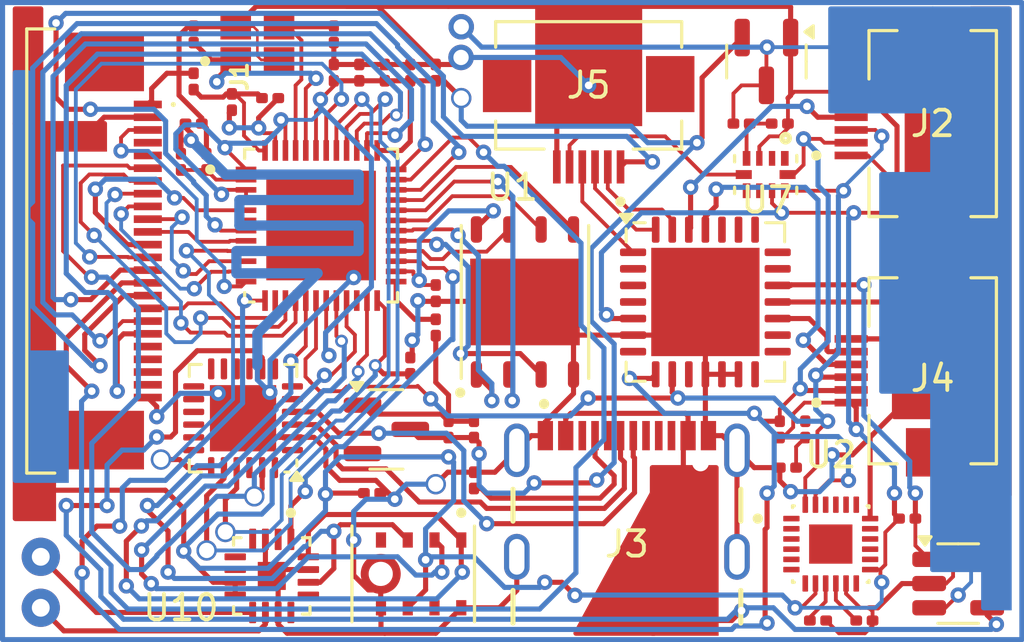
<source format=kicad_pcb>
(kicad_pcb (version 20240108) (generator "pcbnew") (generator_version "8.0")
  (layers (0 "F.Cu" signal) (31 "B.Cu" signal) (34 "B.Paste" user) (35 "F.Paste" user) (36 "B.SilkS" user "B.Silkscreen") (37 "F.SilkS" user "F.Silkscreen") (38 "B.Mask" user) (39 "F.Mask" user) (44 "Edge.Cuts" user))
  (net 0 "")
  (net 1 "Net-(U1-DI(IO0))")
  (net 2 "GND")
  (net 3 "/OUT{slash}IN{slash}XTAL_P")
  (net 4 "/OUT{slash}IN{slash}XTAL_N")
  (net 5 "/VDD 3.3V POWER")
  (net 6 "/VCC3.3V")
  (net 7 "Net-(U2-REGOUT)")
  (net 8 "Net-(Q1-G)")
  (net 9 "Net-(U3-CAP1)")
  (net 10 "Net-(U3-CAP2)")
  (net 11 "/VDD SDIO")
  (net 12 "/D7{slash}GPIO_35")
  (net 13 "/D6{slash}GPIO_34")
  (net 15 "/HREF{slash}GPIO_23")
  (net 16 "/D4{slash}GPIO_36")
  (net 18 "/D0{slash}GPIO_5")
  (net 19 "/D5{slash}GPIO_39")
  (net 20 "/D3{slash}GPIO_21")
  (net 21 "/SIOC{slash}GPIO_27")
  (net 23 "/PWDN{slash}32K_XP{slash}GPIO_32")
  (net 25 "/SIOD{slash}GPIO_26")
  (net 26 "/VSYNC{slash}GPIO_25")
  (net 27 "/D1{slash}GPIO_18")
  (net 30 "/D2{slash}GPIO_19")
  (net 31 "/PCLK{slash}GPIO_22")
  (net 32 "/XCLK{slash}DTR{slash}GPIO_0")
  (net 35 "/GPA_1{slash}BUZZER_2")
  (net 36 "/32K_XN{slash}GPIO_33{slash}SCL")
  (net 37 "/GPB_1{slash}XSHUT_2")
  (net 38 "/DP1{slash}D+")
  (net 40 "Net-(J3-CC1)")
  (net 41 "/VBUS")
  (net 43 "/DN1{slash}D-")
  (net 47 "/GPA_0{slash}BUZZER_1")
  (net 48 "/GPB_0{slash}XSHUT_1")
  (net 49 "/Button_1{slash}GPIO_38")
  (net 50 "/LED")
  (net 54 "/Button_2{slash}GPA_2")
  (net 55 "/Button_4{slash}GPA_4")
  (net 56 "/Button_3{slash}GPA_3")
  (net 59 "/MTDO{slash}GPIO_15{slash}SCK(BCLK)")
  (net 61 "/MTMS{slash}GPOI_14{slash}WS(LRCL)")
  (net 62 "/MTCK{slash}GPIO_13{slash}SD(DOUT)")
  (net 63 "Net-(U2-AD0{slash}SDO)")
  (net 64 "/CHRG_IND{slash}AIN1")
  (net 65 "Net-(U5-PROG)")
  (net 66 "/BATTERY +VE")
  (net 67 "/BATTERY_STATUS{slash}AIN0")
  (net 68 "Net-(U1-DO(IO1))")
  (net 69 "Net-(U1-~{WP}(IO2))")
  (net 70 "Net-(U1-CLK)")
  (net 71 "Net-(U1-~{HOLD}{slash}RESET(IO3))")
  (net 72 "Net-(U1-~{CS})")
  (net 89 "/GPOI_17{slash}DIN")
  (net 91 "/U0RXD{slash}TXD")
  (net 92 "/CHIP_PU{slash}EN(RESET){slash}RTS")
  (net 94 "/U0TXD{slash}RXD")
  (net 111 "/SPK_P")
  (net 112 "/SPK_N")
  (net 129 "/MTDI{slash}GPIO_12{slash}SDA")
  (net 130 "/GPIO_16{slash}GATE_CONTROL")
  (footprint "Capacitor_SMD:C_0201_0603Metric" (layer "F.Cu") (at 84 27.5 -90)
    (property "Reference" "C12" (hide yes))
    (property "Value" "6.8pF" (hide yes))
  )
  (footprint "Capacitor_SMD:C_0201_0603Metric" (layer "F.Cu") (at 94 32.655 -90)
    (property "Reference" "C20" (hide yes))
    (property "Value" "0.1uF" (hide yes))
  )
  (footprint "ADS1115IRUGT:ADS1115IRUGT" (layer "F.Cu") (at 106.946 28 -90)
    (property "Reference" "U9" (hide yes))
    (property "Value" "ADS1115IRUGT" (hide yes))
  )
  (footprint "INMP441_MIC:MIC_INMP441" (layer "F.Cu") (at 93.13 43.67 -90)
    (property "Reference" "MK1" (hide yes))
    (property "Value" "INMP441" (hide yes))
  )
  (footprint "Resistor_SMD:R_0201_0603Metric" (layer "F.Cu") (at 95.5 38 -90)
    (property "Reference" "R5" (hide yes))
    (property "Value" "10K" (hide yes))
  )
  (footprint "Resistor_SMD:R_0201_0603Metric" (layer "F.Cu") (at 107.5 26 180)
    (property "Reference" "R14" (hide yes))
    (property "Value" "47K" (hide yes))
  )
  (footprint "Capacitor_SMD:C_0201_0603Metric" (layer "F.Cu") (at 90 24 90)
    (property "Reference" "C8" (hide yes))
    (property "Value" "1uF" (hide yes))
  )
  (footprint "Capacitor_SMD:C_0201_0603Metric" (layer "F.Cu") (at 86 25.155 90)
    (property "Reference" "C18" (hide yes))
    (property "Value" "3nF" (hide yes))
  )
  (footprint "Inductor_SMD:L_0201_0603Metric" (layer "F.Cu") (at 85 27.5 90)
    (property "Reference" "L1" (hide yes))
    (property "Value" "1.6nH" (hide yes))
  )
  (footprint "TF31-6S-0.5SH_800-6-pins:TF31-6S-0.5SH_800-6-pins" (layer "F.Cu") (at 113.5 35.7 -90)
    (property "Reference" "J4")
    (property "Value" "TF31-6S-0.5SH_800_" (hide yes))
  )
  (footprint "MAX98357AETE_T:MAX98357AETE_T" (layer "F.Cu") (at 87.565 43.75 -90)
    (property "Reference" "U10")
    (property "Value" "MAX98357AETE_T" (hide yes))
  )
  (footprint "Capacitor_SMD:C_0201_0603Metric" (layer "F.Cu") (at 84.5 26)
    (property "Reference" "C13" (hide yes))
    (property "Value" "6.8pF" (hide yes))
  )
  (footprint "Capacitor_SMD:C_0201_0603Metric" (layer "F.Cu") (at 94 24 90)
    (property "Reference" "C6" (hide yes))
    (property "Value" "0.1uF" (hide yes))
  )
  (footprint "Package_TO_SOT_SMD:TSOT-23-5" (layer "F.Cu") (at 114.5 44.05)
    (property "Reference" "U5" (hide yes))
    (property "Value" "LTC4054ES5-4.2" (hide yes))
  )
  (footprint "Resistor_SMD:R_0201_0603Metric" (layer "F.Cu") (at 106 26 180)
    (property "Reference" "R13" (hide yes))
    (property "Value" "100K" (hide yes))
  )
  (footprint "TF31-6S-0.5SH_800-6-pins:TF31-6S-0.5SH_800-6-pins" (layer "F.Cu") (at 113.5 26 -90)
    (property "Reference" "J2")
    (property "Value" "TF31-6S-0.5SH_800_" (hide yes))
  )
  (footprint "Capacitor_SMD:C_0201_0603Metric" (layer "F.Cu") (at 110.82 45.5)
    (property "Reference" "C11" (hide yes))
    (property "Value" "0.1uF" (hide yes))
  )
  (footprint "USB4105-GF-A TYPE C:USB4105-GF-A TYPE C" (layer "F.Cu") (at 101.5 43)
    (property "Reference" "J3")
    (property "Value" "USB4105-GF-A" (hide yes))
  )
  (footprint "Capacitor_SMD:C_0201_0603Metric" (layer "F.Cu") (at 91 24 90)
    (property "Reference" "C7" (hide yes))
    (property "Value" "0,1uF" (hide yes))
  )
  (footprint "Capacitor_SMD:C_0201_0603Metric" (layer "F.Cu") (at 90 22.5 -90)
    (property "Reference" "C1" (hide yes))
    (property "Value" "15pf" (hide yes))
  )
  (footprint "Resistor_SMD:R_0201_0603Metric" (layer "F.Cu") (at 114.5 41.5)
    (property "Reference" "R12" (hide yes))
    (property "Value" "1.65K" (hide yes))
  )
  (footprint "Capacitor_SMD:C_0201_0603Metric" (layer "F.Cu") (at 84.5 24.345 -90)
    (property "Reference" "C19" (hide yes))
    (property "Value" "10nF" (hide yes))
  )
  (footprint "Resistor_SMD:R_0201_0603Metric" (layer "F.Cu") (at 94 34 -90)
    (property "Reference" "R6" (hide yes))
    (property "Value" "100K" (hide yes))
  )
  (footprint "W25Q32:W25Q32JVZPIQ" (layer "F.Cu") (at 97.5 33 90)
    (property "Reference" "U1")
    (property "Value" "W25Q32JVZPIQ" (hide yes))
  )
  (footprint "Capacitor_SMD:C_0201_0603Metric" (layer "F.Cu") (at 84.5 22.5 90)
    (property "Reference" "C2" (hide yes))
    (property "Value" "15pf" (hide yes))
  )
  (footprint "Resistor_SMD:R_0201_0603Metric" (layer "F.Cu") (at 109 45.5)
    (property "Reference" "R3" (hide yes))
    (property "Value" "10K" (hide yes))
  )
  (footprint "Package_DFN_QFN:QFN-24-1EP_4x4mm_P0.5mm_EP2.6x2.6mm" (layer "F.Cu") (at 86.4375 37.5625 180)
    (property "Reference" "U4" (hide yes))
    (property "Value" "CH9102F" (hide yes))
  )
  (footprint "Capacitor_SMD:C_0201_0603Metric" (layer "F.Cu") (at 93 24 90)
    (property "Reference" "C5" (hide yes))
    (property "Value" "10uF" (hide yes))
  )
  (footprint "Package_DFN_QFN:QFN-28-1EP_6x6mm_P0.65mm_EP4.25x4.25mm" (layer "F.Cu") (at 104.58 33)
    (property "Reference" "U7")
    (property "Value" "MCP23017_ML" (hide yes))
  )
  (footprint "Resistor_SMD:R_0201_0603Metric" (layer "F.Cu") (at 95.5 40 -90)
    (property "Reference" "R4" (hide yes))
    (property "Value" "5.1K" (hide yes))
  )
  (footprint "Capacitor_SMD:C_0201_0603Metric" (layer "F.Cu") (at 107.82 39.5)
    (property "Reference" "C4" (hide yes))
    (property "Value" "10uF" (hide yes))
  )
  (footprint "ESP32-D0WDQ6:ESP32-D0WDQ6" (layer "F.Cu") (at 89.5 30)
    (property "Reference" "U3" (hide yes))
    (property "Value" "ESP32-D0WDQ6" (hide yes))
  )
  (footprint "Capacitor_SMD:C_0201_0603Metric" (layer "F.Cu") (at 92 24 90)
    (property "Reference" "C9" (hide yes))
    (property "Value" "0.1uF" (hide yes))
  )
  (footprint "2-1734839-4 pin-24:2-1734839-4 pin-24" (layer "F.Cu") (at 81 31 -90)
    (property "Reference" "J1")
    (property "Value" "2-1734839-4" (hide yes))
  )
  (footprint "TF31-6S-0.5SH_800-6-pins:TF31-6S-0.5SH_800-6-pins" (layer "F.Cu") (at 100 24.5)
    (property "Reference" "J5")
    (property "Value" "TF31-6S-0.5SH_800_" (hide yes))
  )
  (footprint "Resistor_SMD:R_0201_0603Metric" (layer "F.Cu") (at 112.5 41.5 180)
    (property "Reference" "R10" (hide yes))
    (property "Value" "1k" (hide yes))
  )
  (footprint "MPU-9250 SENSOR:MPU-9250 SENSOR" (layer "F.Cu") (at 109.5 42.5)
    (property "Reference" "U2")
    (property "Value" "MPU-9250" (hide yes))
  )
  (footprint "Resistor_SMD:R_0201_0603Metric" (layer "F.Cu") (at 87.5 25 180)
    (property "Reference" "R20" (hide yes))
    (property "Value" "20K" (hide yes))
  )
  (footprint "Package_TO_SOT_SMD:SOT-23" (layer "F.Cu") (at 106.975 23.5625 -90)
    (property "Reference" "U8" (hide yes))
    (property "Value" "AP2127N-3.3" (hide yes))
  )
  (footprint "Capacitor_SMD:C_0201_0603Metric" (layer "F.Cu") (at 93 35.5 90)
    (property "Reference" "C15" (hide yes))
    (property "Value" "4.7uF" (hide yes))
  )
  (footprint "Capacitor_SMD:C_0201_0603Metric" (layer "F.Cu") (at 94.5 38 90)
    (property "Reference" "C14" (hide yes))
    (property "Value" "4.7uF" (hide yes))
  )
  (footprint "Resistor_SMD:R_0201_0603Metric" (layer "F.Cu") (at 107.5 38 -90)
    (property "Reference" "R8" (hide yes))
    (property "Value" "4.7K" (hide yes))
  )
  (footprint "Package_TO_SOT_SMD:SOT-23" (layer "F.Cu") (at 92.0625 38)
    (property "Reference" "Q1" (hide yes))
    (property "Value" "IRLML6402" (hide yes))
  )
  (footprint "Capacitor_SMD:C_0201_0603Metric" (layer "F.Cu") (at 91.5 40.5)
    (property "Reference" "C3" (hide yes))
    (property "Value" "0.1uF" (hide yes))
  )
  (footprint "40 MHz_±10ppm_Crystal_10pF_40_Ohms_4-SMD:ECS-400-10-36-CKY-TR" (layer "F.Cu") (at 87 22.85)
    (property "Reference" "Y1" (hide yes))
    (property "Value" "ECS-400-10-36-CKY-TR" (hide yes))
  )
  (footprint "Resistor_SMD:R_0201_0603Metric" (layer "F.Cu") (at 108.5 38 -90)
    (property "Reference" "R7" (hide yes))
    (property "Value" "4.7K" (hide yes))
  )
  (gr_poly (pts (xy 102.5 40.5) (xy 99.5 46) (xy 102.5 46)) (stroke (width 0.2)) (fill solid) (layer "F.Cu") (net 41))
  (gr_poly (pts (xy 115 24) (xy 112.5 24) (xy 112.5 28) (xy 115 28)) (stroke (width 0.2)) (fill solid) (layer "F.Cu") (net 2))
  (gr_poly (pts (xy 102.5 39.5) (xy 102.5 46) (xy 105 46) (xy 105 39.5)) (stroke (width 0.2)) (fill solid) (layer "F.Cu") (net 41))
  (gr_poly (pts (xy 98 21.5) (xy 98 26) (xy 102 26) (xy 102 21.5)) (stroke (width 0.2)) (fill solid) (layer "F.Cu") (net 2))
  (gr_poly (pts (xy 81 27) (xy 79 27) (xy 79 26) (xy 81 26)) (stroke (width 0.2)) (fill solid) (layer "F.Cu") (net 5))
  (gr_poly (pts (xy 115 40.5) (xy 116.5 40.5) (xy 116.5 21.5) (xy 115 21.5)) (stroke (width 0.2)) (fill solid) (layer "F.Cu") (net 2))
  (gr_poly (pts (xy 79 26) (xy 77.5 26) (xy 77.5 41.5) (xy 79 41.5)) (stroke (width 0.2)) (fill solid) (layer "F.Cu") (net 5))
  (gr_poly (pts (xy 77.5 21.5) (xy 78.5 21.5) (xy 78.5 26) (xy 77.5 26)) (stroke (width 0.2)) (fill solid) (layer "F.Cu") (net 5))
  (gr_poly (pts (xy 115 34) (xy 112 34) (xy 112 37.5) (xy 115 37.5)) (stroke (width 0.2)) (fill solid) (layer "F.Cu") (net 2))
  (gr_poly (pts (xy 77.5 35) (xy 79.5 35) (xy 79.5 40) (xy 77.5 40)) (stroke (width 0.2)) (fill solid) (layer "B.Cu") (net 18))
  (gr_poly (pts (xy 113.5 36.5) (xy 111.5 36.5) (xy 111.5 28) (xy 113.5 28)) (stroke (width 0.2)) (fill solid) (layer "B.Cu") (net 66))
  (gr_poly (pts (xy 113.5 25.5) (xy 109.5 25.5) (xy 109.5 21.5) (xy 113.5 21.5)) (stroke (width 0.2)) (fill solid) (layer "B.Cu") (net 66))
  (gr_poly (pts (xy 113.5 21.5) (xy 116.5 21.5) (xy 116.5 45) (xy 115.5 45) (xy 115.5 43.5) (xy 113.5 43.5)) (stroke (width 0.2)) (fill solid) (layer "B.Cu") (net 66))
  (gr_poly (pts (xy 77.5 24) (xy 78 24) (xy 78 35) (xy 77.5 35)) (stroke (width 0.2)) (fill solid) (layer "B.Cu") (net 18))
  (gr_rect (start 77 21.25) (end 117 46.25) (stroke (width 0.2)) (fill none) (layer "B.Cu") (net 1))
  (segment (start 99.405 30.155) (end 96.95 27.7) (width 0.15) (layer "F.Cu") (net 1))
  (segment (start 94.8 27.7) (end 93.5 29) (width 0.15) (layer "F.Cu") (net 1))
  (segment (start 96.95 27.7) (end 94.8 27.7) (width 0.15) (layer "F.Cu") (net 1))
  (segment (start 93.5 29) (end 92.445 29) (width 0.15) (layer "F.Cu") (net 1))
  (segment (start 84.5 22.18) (end 84.300001 22.18) (width 0.2) (layer "F.Cu") (net 2))
  (segment (start 93 23.68) (end 92 23.68) (width 0.2) (layer "F.Cu") (net 2))
  (segment (start 94 32.975) (end 97.475 32.975) (width 0.2) (layer "F.Cu") (net 2))
  (segment (start 107.925 22.625) (end 107.925 21.425) (width 0.2) (layer "F.Cu") (net 2))
  (segment (start 87.815 44) (end 87.565 43.75) (width 0.2) (layer "F.Cu") (net 2))
  (segment (start 92 23.68) (end 91 23.68) (width 0.2) (layer "F.Cu") (net 2))
  (segment (start 107.925 21.425) (end 107.9 21.4) (width 0.2) (layer "F.Cu") (net 2))
  (segment (start 91.84 43.04) (end 91.84 43.07) (width 0.2) (layer "F.Cu") (net 2))
  (segment (start 91.591472 43.07) (end 91.24 43.421472) (width 0.2) (layer "F.Cu") (net 2))
  (segment (start 99.405 35.845) (end 99.405 34.205) (width 0.2) (layer "F.Cu") (net 2))
  (segment (start 97.18 44.32) (end 97.18 43) (width 0.2) (layer "F.Cu") (net 2))
  (segment (start 87.1875 38.3125) (end 86.4375 37.5625) (width 0.2) (layer "F.Cu") (net 2))
  (segment (start 86.85 22.2) (end 86.15 22.2) (width 0.1) (layer "F.Cu") (net 2))
  (segment (start 87.15 23.5) (end 87 23.35) (width 0.1) (layer "F.Cu") (net 2))
  (segment (start 94 46) (end 95 45) (width 0.2) (layer "F.Cu") (net 2))
  (segment (start 84.18 26) (end 84 26.18) (width 0.2) (layer "F.Cu") (net 2))
  (segment (start 111.14 45.699999) (end 111.14 45.5) (width 0.15) (layer "F.Cu") (net 2))
  (segment (start 82.85 25.1) (end 82.85 24.625) (width 0.2) (layer "F.Cu") (net 2))
  (segment (start 94 23.68) (end 94.715813 23.68) (width 0.2) (layer "F.Cu") (net 2))
  (segment (start 111.045 38.30353) (end 111.045 41.49) (width 0.2) (layer "F.Cu") (net 2))
  (segment (start 85 26.18) (end 84.82 26) (width 0.2) (layer "F.Cu") (net 2))
  (segment (start 91.82 40.5) (end 92.15147 40.5) (width 0.2) (layer "F.Cu") (net 2))
  (segment (start 98.75 27.7) (end 98.75 25.75) (width 0.2) (layer "F.Cu") (net 2))
  (segment (start 93.322339 32.975) (end 93.296889 32.94955) (width 0.2) (layer "F.Cu") (net 2))
  (segment (start 85.38 28.2) (end 85 27.82) (width 0.15) (layer "F.Cu") (net 2))
  (segment (start 87.85 23.5) (end 87.85 23.65) (width 0.2) (layer "F.Cu") (net 2))
  (segment (start 114.3 43.774999) (end 114.024999 44.05) (width 0.15) (layer "F.Cu") (net 2))
  (segment (start 91.621472 44.3) (end 91.84 44.3) (width 0.2) (layer "F.Cu") (net 2))
  (segment (start 98.3 37.7) (end 98.3 38.245) (width 0.2) (layer "F.Cu") (net 2))
  (segment (start 90.776629 31.276629) (end 89.5 30) (width 0.2) (layer "F.Cu") (net 2))
  (segment (start 110.34853 39) (end 113.5 35.84853) (width 0.2) (layer "F.Cu") (net 2))
  (segment (start 89.224866 38.3125) (end 89.6875 38.775134) (width 0.2) (layer "F.Cu") (net 2))
  (segment (start 110.1 44.045) (end 110.1 44.448564) (width 0.15) (layer "F.Cu") (net 2))
  (segment (start 101.7425 34.3) (end 99.405 34.3) (width 0.2) (layer "F.Cu") (net 2))
  (segment (start 107.9 21.4) (end 94.5 21.4) (width 0.2) (layer "F.Cu") (net 2))
  (segment (start 107.82 25) (end 107.82 26) (width 0.15) (layer "F.Cu") (net 2))
  (segment (start 82.7 25.25) (end 82.85 25.1) (width 0.2) (layer "F.Cu") (net 2))
  (segment (start 105.82 38.82) (end 105.82 43) (width 0.2) (layer "F.Cu") (net 2))
  (segment (start 94 40.15) (end 94.47 39.68) (width 0.2) (layer "F.Cu") (net 2))
  (segment (start 87.815 45.645428) (end 88.169572 46) (width 0.2) (layer "F.Cu") (net 2))
  (segment (start 106.696 26.9) (end 107.096 26.5) (width 0.15) (layer "F.Cu") (net 2))
  (segment (start 93.075 34.5) (end 93.075 35.105) (width 0.2) (layer "F.Cu") (net 2))
  (segment (start 83.925 24.888456) (end 83.925 24) (width 0.2) (layer "F.Cu") (net 2))
  (segment (start 114.18 41.5) (end 114.3 41.62) (width 0.15) (layer "F.Cu") (net 2))
  (segment (start 110.839999 46) (end 111.14 45.699999) (width 0.15) (layer "F.Cu") (net 2))
  (segment (start 105.88 35.8375) (end 105.23 35.8375) (width 0.2) (layer "F.Cu") (net 2))
  (segment (start 91.85 45) (end 91.85 45.85) (width 0.2) (layer "F.Cu") (net 2))
  (segment (start 111.174265 38.174265) (end 111.045 38.30353) (width 0.2) (layer "F.Cu") (net 2))
  (segment (start 104.7 38.245) (end 105.245 38.245) (width 0.2) (layer "F.Cu") (net 2))
  (segment (start 83.050002 37.5) (end 83.050002 37.100002) (width 0.2) (layer "F.Cu") (net 2))
  (segment (start 94.47 39.68) (end 95.5 39.68) (width 0.2) (layer "F.Cu") (net 2))
  (segment (start 86.15 22.2) (end 86.95 21.4) (width 0.2) (layer "F.Cu") (net 2))
  (segment (start 84.18 26.158456) (end 84.18 26) (width 0.2) (layer "F.Cu") (net 2))
  (segment (start 98.2 33) (end 97.5 33) (width 0.2) (layer "F.Cu") (net 2))
  (segment (start 84.4 26.378456) (end 84.18 26.158456) (width 0.2) (layer "F.Cu") (net 2))
  (segment (start 90.779076 42.34) (end 90.779076 43.723236) (width 0.2) (layer "F.Cu") (net 2))
  (segment (start 105.245 38.245) (end 105.82 38.82) (width 0.2) (layer "F.Cu") (net 2))
  (segment (start 97.755 38.245) (end 97.18 38.82) (width 0.2) (layer "F.Cu") (net 2))
  (segment (start 109.55 39) (end 110.34853 39) (width 0.2) (layer "F.Cu") (net 2))
  (segment (start 91.84 43.07) (end 91.591472 43.07) (width 0.2) (layer "F.Cu") (net 2))
  (segment (start 99.405 34.205) (end 98.2 33) (width 0.2) (layer "F.Cu") (net 2))
  (segment (start 91.85 45.85) (end 92 46) (width 0.2) (layer "F.Cu") (net 2))
  (segment (start 93 23.68) (end 94 23.68) (width 0.2) (layer "F.Cu") (net 2))
  (segment (start 87.815 45.185) (end 87.815 44) (width 0.2) (layer "F.Cu") (net 2))
  (segment (start 114.95 34.45) (end 110.3 34.45) (width 0.2) (layer "F.Cu") (net 2))
  (segment (start 90.776629 32.040177) (end 90.776629 31.276629) (width 0.2) (layer "F.Cu") (net 2))
  (segment (start 107.5 26.5) (end 107.82 26.18) (width 0.15) (layer "F.Cu") (net 2))
  (segment (start 96.5 45) (end 97.18 44.32) (width 0.2) (layer "F.Cu") (net 2))
  (segment (start 86.555 28.2) (end 85.38 28.2) (width 0.15) (layer "F.Cu") (net 2))
  (segment (start 89.6875 38.775134) (end 89.6875 39.456238) (width 0.2) (layer "F.Cu") (net 2))
  (segment (start 114.18 41.341544) (end 114.18 41.5) (width 0.2) (layer "F.Cu") (net 2))
  (segment (start 111 45) (end 111.14 45.14) (width 0.15) (layer "F.Cu") (net 2))
  (segment (start 106.5 39.5) (end 105.82 38.82) (width 0.2) (layer "F.Cu") (net 2))
  (segment (start 109.32 45.5) (end 109.82 46) (width 0.15) (layer "F.Cu") (net 2))
  (segment (start 113.3625 44.05) (end 112.298529 44.05) (width 0.2) (layer "F.Cu") (net 2))
  (segment (start 87 22.35) (end 86.85 22.2) (width 0.1) (layer "F.Cu") (net 2))
  (segment (start 84.82 26) (end 84.82 25.783456) (width 0.2) (layer "F.Cu") (net 2))
  (segment (start 107.5 40.017286) (end 107.5 39.5) (width 0.2) (layer "F.Cu") (net 2))
  (segment (start 84.82 25.783456) (end 83.925 24.888456) (width 0.2) (layer "F.Cu") (net 2))
  (segment (start 89.6875 39.456238) (end 90.231262 40) (width 0.2) (layer "F.Cu") (net 2))
  (segment (start 109.82 46) (end 110.839999 46) (width 0.15) (layer "F.Cu") (net 2))
  (segment (start 108.07 24.75) (end 107.82 25) (width 0.15) (layer "F.Cu") (net 2))
  (segment (start 115.75 32.7) (end 114.95 33.5) (width 0.2) (layer "F.Cu") (net 2))
  (segment (start 85 27.18) (end 85 26.18) (width 0.2) (layer "F.Cu") (net 2))
  (segment (start 91.72 21.4) (end 94 23.68) (width 0.2) (layer "F.Cu") (net 2))
  (segment (start 99.405 35.845) (end 99.405 36.595) (width 0.2) (layer "F.Cu") (net 2))
  (segment (start 113.5 35.84853) (end 113.5 34.45) (width 0.2) (layer "F.Cu") (net 2))
  (segment (start 96.32 39.68) (end 97.18 38.82) (width 0.2) (layer "F.Cu") (net 2))
  (segment (start 104.58 38.125) (end 104.58 35.8375) (width 0.2) (layer "F.Cu") (net 2))
  (segment (start 91.24 43.421472) (end 91.24 43.918528) (width 0.2) (layer "F.Cu") (net 2))
  (segment (start 96.975 32.475) (end 97.5 33) (width 0.2) (layer "F.Cu") (net 2))
  (segment (start 91.84 44.99) (end 91.85 45) (width 0.2) (layer "F.Cu") (net 2))
  (segment (start 107.5 39.5) (end 106.5 39.5) (width 0.2) (layer "F.Cu") (net 2))
  (segment (start 89 43.5) (end 87.815 43.5) (width 0.2) (layer "F.Cu") (net 2))
  (segment (start 83.925 24.025) (end 84.5 24.025) (width 0.2) (layer "F.Cu") (net 2))
  (segment (start 97.475 32.975) (end 97.5 33) (width 0.2) (layer "F.Cu") (net 2))
  (segment (start 95 45) (end 96.5 45) (width 0.2) (layer "F.Cu") (net 2))
  (segment (start 111.348529 45) (end 111 45) (width 0.2) (layer "F.Cu") (net 2))
  (segment (start 110.3 24.75) (end 108.07 24.75) (width 0.15) (layer "F.Cu") (net 2))
  (segment (start 105.23 35.8375) (end 104.58 35.8375) (width 0.2) (layer "F.Cu") (net 2))
  (segment (start 107.82 25) (end 107.925 24.895) (width 0.2) (layer "F.Cu") (net 2))
  (segment (start 88.375 38.3125) (end 87.1875 38.3125) (width 0.2) (layer "F.Cu") (net 2))
  (segment (start 87.815 43.5) (end 87.565 43.75) (width 0.2) (layer "F.Cu") (net 2))
  (segment (start 90.779076 43.723236) (end 91.35584 44.3) (width 0.2) (layer "F.Cu") (net 2))
  (segment (start 92 46) (end 94 46) (width 0.2) (layer "F.Cu") (net 2))
  (segment (start 99.405 36.595) (end 98.3 37.7) (width 0.2) (layer "F.Cu") (net 2))
  (segment (start 110.1 44.448564) (end 110.651436 45) (width 0.15) (layer "F.Cu") (net 2))
  (segment (start 94 32.975) (end 93.322339 32.975) (width 0.2) (layer "F.Cu") (net 2))
  (segment (start 95.5 39.68) (end 96.32 39.68) (width 0.2) (layer "F.Cu") (net 2))
  (segment (start 113.75 24.75) (end 115.75 26.75) (width 0.2) (layer "F.Cu") (net 2))
  (segment (start 98.75 25.75) (end 100 24.5) (width 0.2) (layer "F.Cu") (net 2))
  (segment (start 91.65147 40) (end 92.15147 40.5) (width 0.2) (layer "F.Cu") (net 2))
  (segment (start 84 27.82) (end 85 27.82) (width 0.15) (layer "F.Cu") (net 2))
  (segment (start 107.096 26.5) (end 107.5 26.5) (width 0.15) (layer "F.Cu") (net 2))
  (segment (start 93.075 35.105) (end 93 35.18) (width 0.2) (layer "F.Cu") (net 2))
  (segment (start 115 40.521544) (end 114.18 41.341544) (width 0.2) (layer "F.Cu") (net 2))
  (segment (start 91.24 43.918528) (end 91.621472 44.3) (width 0.2) (layer "F.Cu") (net 2))
  (segment (start 114.95 33.5) (end 115 33.55) (width 0.2) (layer "F.Cu") (net 2))
  (segment (start 107.925 24.895) (end 107.925 22.625) (width 0.2) (layer "F.Cu") (net 2))
  (segment (start 90.231262 40) (end 91.65147 40) (width 0.2) (layer "F.Cu") (net 2))
  (segment (start 99.405 34.3) (end 99.405 35.845) (width 0.2) (layer "F.Cu") (net 2))
  (segment (start 88.375 38.3125) (end 89.224866 38.3125) (width 0.2) (layer "F.Cu") (net 2))
  (segment (start 82.85 24.625) (end 83.45 24.025) (width 0.2) (layer "F.Cu") (net 2))
  (segment (start 114.024999 44.05) (end 113.3625 44.05) (width 0.15) (layer "F.Cu") (net 2))
  (segment (start 84 26.18) (end 84 27.18) (width 0.2) (layer "F.Cu") (net 2))
  (segment (start 101.7425 34.3) (end 103.28 34.3) (width 0.2) (layer "F.Cu") (net 2))
  (segment (start 98.3 38.245) (end 97.755 38.245) (width 0.2) (layer "F.Cu") (net 2))
  (segment (start 87.315 42.315) (end 87.315 43.5) (width 0.2) (layer "F.Cu") (net 2))
  (segment (start 91.84 44.3) (end 91.84 44.99) (width 0.2) (layer "F.Cu") (net 2))
  (segment (start 86.95 21.4) (end 91.72 21.4) (width 0.2) (layer "F.Cu") (net 2))
  (segment (start 86.15 22.2) (end 84.52 22.2) (width 0.2) (layer "F.Cu") (net 2))
  (segment (start 94.5 21.4) (end 90.5 21.4) (width 0.2) (layer "F.Cu") (net 2))
  (segment (start 83.45 24.025) (end 83.925 24.025) (width 0.2) (layer "F.Cu") (net 2))
  (segment (start 115.75 26.75) (end 115.75 32.7) (width 0.2) (layer "F.Cu") (net 2))
  (segment (start 87.85 23.5) (end 87.15 23.5) (width 0.1) (layer "F.Cu") (net 2))
  (segment (start 87.815 45.185) (end 87.815 45.645428) (width 0.2) (layer "F.Cu") (net 2))
  (segment (start 104.7 38.245) (end 104.58 38.125) (width 0.2) (layer "F.Cu") (net 2))
  (segment (start 84.52 22.2) (end 84.5 22.18) (width 0.2) (layer "F.Cu") (net 2))
  (segment (start 83.925 22.555001) (end 83.925 24.025) (width 0.2) (layer "F.Cu") (net 2))
  (segment (start 107.925 40.442286) (end 107.5 40.017286) (width 0.2) (layer "F.Cu") (net 2))
  (segment (start 103.28 34.3) (end 104.58 33) (width 0.2) (layer "F.Cu") (net 2))
  (segment (start 104.58 35.8375) (end 104.58 33) (width 0.2) (layer "F.Cu") (net 2))
  (segment (start 110.651436 45) (end 111 45) (width 0.15) (layer "F.Cu") (net 2))
  (segment (start 90 23.68) (end 90 22.82) (width 0.2) (layer "F.Cu") (net 2))
  (segment (start 84.4 26.650961) (end 84.4 26.378456) (width 0.2) (layer "F.Cu") (net 2))
  (segment (start 115 33.55) (end 115 40.521544) (width 0.2) (layer "F.Cu") (net 2))
  (segment (start 107.82 26.18) (end 107.82 26) (width 0.15) (layer "F.Cu") (net 2))
  (segment (start 84.300001 22.18) (end 83.925 22.555001) (width 0.2) (layer "F.Cu") (net 2))
  (segment (start 112.298529 44.05) (end 111.348529 45) (width 0.2) (layer "F.Cu") (net 2))
  (segment (start 114.3 41.62) (end 114.3 43.774999) (width 0.15) (layer "F.Cu") (net 2))
  (segment (start 114.95 33.5) (end 114.95 34.45) (width 0.2) (layer "F.Cu") (net 2))
  (segment (start 90 23.68) (end 91 23.68) (width 0.2) (layer "F.Cu") (net 2))
  (segment (start 113.5 34.45) (end 110.3 34.45) (width 0.2) (layer "F.Cu") (net 2))
  (segment (start 87.315 43.5) (end 87.565 43.75) (width 0.2) (layer "F.Cu") (net 2))
  (segment (start 87 23.35) (end 87 22.35) (width 0.1) (layer "F.Cu") (net 2))
  (segment (start 83.050002 37.100002) (end 82.7 36.75) (width 0.2) (layer "F.Cu") (net 2))
  (segment (start 88.169572 46) (end 92 46) (width 0.2) (layer "F.Cu") (net 2))
  (segment (start 92.15147 40.5) (end 92.392179 40.740709) (width 0.2) (layer "F.Cu") (net 2))
  (segment (start 87.1875 38) (end 86.4375 37.25) (width 0.2) (layer "F.Cu") (net 2))
  (segment (start 91.35584 44.3) (end 91.84 44.3) (width 0.2) (layer "F.Cu") (net 2))
  (segment (start 94.715813 23.68) (end 94.991488 23.404325) (width 0.2) (layer "F.Cu") (net 2))
  (segment (start 111.14 45.14) (end 111.14 45.5) (width 0.15) (layer "F.Cu") (net 2))
  (segment (start 110.3 24.75) (end 113.75 24.75) (width 0.2) (layer "F.Cu") (net 2))
  (segment (start 106.696 27.365) (end 106.696 26.9) (width 0.15) (layer "F.Cu") (net 2))
  (via (at 84.4 26.650961) (size 0.6) (drill 0.3) (layers "F.Cu" "B.Cu") (net 2))
  (via (at 90.776629 32.040177) (size 0.6) (drill 0.3) (layers "F.Cu" "B.Cu") (net 2))
  (via (at 93.075 34.5) (size 0.6) (drill 0.3) (layers "F.Cu" "B.Cu") (net 2))
  (via (at 92.392179 40.740709) (size 0.6) (drill 0.3) (layers "F.Cu" "B.Cu") (net 2))
  (via (at 109.55 39) (size 0.6) (drill 0.3) (layers "F.Cu" "B.Cu") (net 2))
  (via (at 85.460878 36.585878) (size 0.6) (drill 0.3) (layers "F.Cu" "B.Cu") (net 2))
  (via (at 100 24.5) (size 0.6) (drill 0.3) (layers "F.Cu" "B.Cu") (net 2))
  (via (at 94 40.15) (size 0.8) (drill 0.6) (layers "F.Cu" "B.Cu") (net 2))
  (via (at 93.296889 32.94955) (size 0.6) (drill 0.3) (layers "F.Cu" "B.Cu") (net 2))
  (via (at 94.991488 23.404325) (size 1) (drill 0.6) (layers "F.Cu" "B.Cu") (net 2))
  (via (at 107.925 40.442286) (size 0.6) (drill 0.3) (layers "F.Cu" "B.Cu") (net 2))
  (via (at 87.486956 36.542199) (size 0.6) (drill 0.3) (layers "F.Cu" "B.Cu") (net 2))
  (via (at 83.050002 37.5) (size 0.6) (drill 0.3) (layers "F.Cu" "B.Cu") (net 2))
  (via (at 90.779076 42.34) (size 0.6) (drill 0.3) (layers "F.Cu" "B.Cu") (net 2))
  (via (at 87.486956 36.542199) (size 0.6) (drill 0.3) (layers "F.Cu" "B.Cu") (net 2))
  (segment (start 90.975003 28) (end 90.975003 29) (width 0.4) (layer "B.Cu") (net 2))
  (segment (start 83.964124 36.585878) (end 85.460878 36.585878) (width 0.2) (layer "B.Cu") (net 2))
  (segment (start 98.904325 23.404325) (end 100 24.5) (width 0.2) (layer "B.Cu") (net 2))
  (segment (start 84.4 26.650961) (end 85.749039 28) (width 0.4) (layer "B.Cu") (net 2))
  (segment (start 87.5 35.286239) (end 90.746062 32.040177) (width 0.2) (layer "B.Cu") (net 2))
  (segment (start 86.177211 31) (end 86.177211 31.874087) (width 0.4) (layer "B.Cu") (net 2))
  (segment (start 87.486956 36.542199) (end 87.5 36.529155) (width 0.2) (layer "B.Cu") (net 2))
  (segment (start 91.259291 40.740709) (end 92.392179 40.740709) (width 0.2) (layer "B.Cu") (net 2))
  (segment (start 87 36.055243) (end 87.486956 36.542199) (width 0.2) (layer "B.Cu") (net 2))
  (segment (start 92.392179 40.607821) (end 92.85 40.15) (width 0.2) (layer "B.Cu") (net 2))
  (segment (start 92.392179 40.740709) (end 92.392179 40.607821) (width 0.2) (layer "B.Cu") (net 2))
  (segment (start 87 35.5) (end 87 36.055243) (width 0.2) (layer "B.Cu") (net 2))
  (segment (start 90.975003 30) (end 90.975003 31) (width 0.4) (layer "B.Cu") (net 2))
  (segment (start 86.29355 29) (end 86.29355 30) (width 0.4) (layer "B.Cu") (net 2))
  (segment (start 87.5 36.529155) (end 87.5 35.286239) (width 0.2) (layer "B.Cu") (net 2))
  (segment (start 92.85 40.15) (end 94 40.15) (width 0.2) (layer "B.Cu") (net 2))
  (segment (start 90.746062 32.040177) (end 90.776629 32.040177) (width 0.2) (layer "B.Cu") (net 2))
  (segment (start 93.296889 34.278111) (end 93.296889 32.94955) (width 0.2) (layer "B.Cu") (net 2))
  (segment (start 90.975003 29) (end 86.29355 29) (width 0.4) (layer "B.Cu") (net 2))
  (segment (start 109.057714 40.442286) (end 109.55 39.95) (width 0.2) (layer "B.Cu") (net 2))
  (segment (start 90.779076 42.34) (end 90.779076 41.220924) (width 0.2) (layer "B.Cu") (net 2))
  (segment (start 89.363414 31.874087) (end 87 34.237501) (width 0.4) (layer "B.Cu") (net 2))
  (segment (start 109.55 39.95) (end 109.55 39) (width 0.2) (layer "B.Cu") (net 2))
  (segment (start 86.29355 30) (end 90.975003 30) (width 0.4) (layer "B.Cu") (net 2))
  (segment (start 83.050002 37.5) (end 83.964124 36.585878) (width 0.2) (layer "B.Cu") (net 2))
  (segment (start 93.075 34.5) (end 93.296889 34.278111) (width 0.2) (layer "B.Cu") (net 2))
  (segment (start 90.975003 31) (end 86.177211 31) (width 0.4) (layer "B.Cu") (net 2))
  (segment (start 107.925 40.442286) (end 109.057714 40.442286) (width 0.2) (layer "B.Cu") (net 2))
  (segment (start 85.749039 28) (end 90.975003 28) (width 0.4) (layer "B.Cu") (net 2))
  (segment (start 94.991488 23.404325) (end 98.904325 23.404325) (width 0.2) (layer "B.Cu") (net 2))
  (segment (start 86.177211 31.874087) (end 89.363414 31.874087) (width 0.4) (layer "B.Cu") (net 2))
  (segment (start 84.4 26.650961) (end 84.584889 26.650961) (width 0.2) (layer "B.Cu") (net 2))
  (segment (start 87 34.237501) (end 87 35.5) (width 0.4) (layer "B.Cu") (net 2))
  (segment (start 90.779076 41.220924) (end 91.259291 40.740709) (width 0.2) (layer "B.Cu") (net 2))
  (segment (start 88.733399 22.733399) (end 88.72539 22.741407) (width 0.15) (layer "F.Cu") (net 3))
  (segment (start 88.72539 22.741407) (end 88.72539 24.27461) (width 0.15) (layer "F.Cu") (net 3))
  (segment (start 88.72539 24.27461) (end 88.5 24.5) (width 0.15) (layer "F.Cu") (net 3))
  (segment (start 87.85 22.2) (end 89.98 22.2) (width 0.2) (layer "F.Cu") (net 3))
  (segment (start 89.98 22.2) (end 90 22.18) (width 0.2) (layer "F.Cu") (net 3))
  (segment (start 88.2 22.2) (end 88.733399 22.733399) (width 0.15) (layer "F.Cu") (net 3))
  (segment (start 87.85 22.2) (end 88.2 22.2) (width 0.15) (layer "F.Cu") (net 3))
  (segment (start 88.5 24.5) (end 88.5 27.055) (width 0.15) (layer "F.Cu") (net 3))
  (segment (start 86.15 23.5) (end 85.18 23.5) (width 0.2) (layer "F.Cu") (net 4))
  (segment (start 88.899062 27.054062) (end 88.9 27.055) (width 0.15) (layer "F.Cu") (net 4))
  (segment (start 85.408046 24.241954) (end 86.15 23.5) (width 0.2) (layer "F.Cu") (net 4))
  (segment (start 89.299438 24.224692) (end 88.899062 24.625068) (width 0.15) (layer "F.Cu") (net 4))
  (segment (start 88.899062 24.625068) (end 88.899062 27.054062) (width 0.15) (layer "F.Cu") (net 4))
  (segment (start 85.18 23.5) (end 84.5 22.82) (width 0.2) (layer "F.Cu") (net 4))
  (segment (start 85.408046 24.36129) (end 85.408046 24.241954) (width 0.2) (layer "F.Cu") (net 4))
  (via (at 85.408046 24.36129) (size 0.6) (drill 0.3) (layers "F.Cu" "B.Cu") (net 4))
  (via (at 89.299438 24.224692) (size 0.6) (drill 0.3) (layers "F.Cu" "B.Cu") (net 4))
  (segment (start 85.744336 24.025) (end 89.099746 24.025) (width 0.2) (layer "B.Cu") (net 4))
  (segment (start 89.099746 24.025) (end 89.299438 24.224692) (width 0.2) (layer "B.Cu") (net 4))
  (segment (start 85.408046 24.36129) (end 85.744336 24.025) (width 0.2) (layer "B.Cu") (net 4))
  (segment (start 84.110002 42.774638) (end 84.110002 41.110002) (width 0.2) (layer "F.Cu") (net 5))
  (segment (start 80.235837 26.5) (end 80.985837 25.75) (width 0.2) (layer "F.Cu") (net 5))
  (segment (start 112.18 41.5) (end 111.64 42.04) (width 0.15) (layer "F.Cu") (net 5))
  (segment (start 92 35.116902) (end 92 33.245) (width 0.15) (layer "F.Cu") (net 5))
  (segment (start 108.098636 45.002088) (end 108.346476 45.002088) (width 0.15) (layer "F.Cu") (net 5))
  (segment (start 111.64 43.308564) (end 111.448564 43.5) (width 0.15) (layer "F.Cu") (net 5))
  (segment (start 111.725 28.020776) (end 110.954224 27.25) (width 0.15) (layer "F.Cu") (net 5))
  (segment (start 100.85 33.65) (end 100.7 33.5) (width 0.2) (layer "F.Cu") (net 5))
  (segment (start 85.669572 44) (end 86.13 44) (width 0.2) (layer "F.Cu") (net 5))
  (segment (start 78.9 40.251471) (end 78.9 27.590896) (width 0.2) (layer "F.Cu") (net 5))
  (segment (start 93.601055 44.298945) (end 92.9 45) (width 0.2) (layer "F.Cu") (net 5))
  (segment (start 111.725 29.275) (end 111.725 28.020776) (width 0.15) (layer "F.Cu") (net 5))
  (segment (start 91.953098 35.82) (end 93 35.82) (width 0.2) (layer "F.Cu") (net 5))
  (segment (start 108.5 38.32) (end 107.623102 38.32) (width 0.15) (layer "F.Cu") (net 5))
  (segment (start 85.269 44) (end 86.13 44) (width 0.2) (layer "F.Cu") (net 5))
  (segment (start 108.9 44.448564) (end 108.9 44.045) (width 0.15) (layer "F.Cu") (net 5))
  (segment (start 108.025 37.918102) (end 108.025 37.391898) (width 0.15) (layer "F.Cu") (net 5))
  (segment (start 111.64 42.04) (end 111.64 43.308564) (width 0.15) (layer "F.Cu") (net 5))
  (segment (start 89.672438 40.53915) (end 89.711588 40.5) (width 0.2) (layer "F.Cu") (net 5))
  (segment (start 79.03562 40.387091) (end 78.9 40.251471) (width 0.2) (layer "F.Cu") (net 5))
  (segment (start 94.5 39.08) (end 91.255 39.08) (width 0.2) (layer "F.Cu") (net 5))
  (segment (start 108.025 37.391898) (end 108.466898 36.95) (width 0.15) (layer "F.Cu") (net 5))
  (segment (start 108.346476 45.002088) (end 108.9 44.448564) (width 0.15) (layer "F.Cu") (net 5))
  (segment (start 79.990896 26.5) (end 80.235837 26.5) (width 0.2) (layer "F.Cu") (net 5))
  (segment (start 92 33.245) (end 91.7 32.945) (width 0.15) (layer "F.Cu") (net 5))
  (segment (start 98.949323 44) (end 98.279053 44) (width 0.2) (layer "F.Cu") (net 5))
  (segment (start 84.110002 41.110002) (end 83.387091 40.387091) (width 0.2) (layer "F.Cu") (net 5))
  (segment (start 91.255 39.08) (end 91.125 38.95) (width 0.2) (layer "F.Cu") (net 5))
  (segment (start 93.601055 43.116478) (end 93.601055 44.298945) (width 0.2) (layer "F.Cu") (net 5))
  (segment (start 83.387091 40.387091) (end 79.03562 40.387091) (width 0.2) (layer "F.Cu") (net 5))
  (segment (start 111.5 44) (end 111.448564 43.948564) (width 0.15) (layer "F.Cu") (net 5))
  (segment (start 108.14 39.5) (end 108.14 38.68) (width 0.15) (layer "F.Cu") (net 5))
  (segment (start 80.985837 25.75) (end 82.7 25.75) (width 0.2) (layer "F.Cu") (net 5))
  (segment (start 91.625 35.491902) (end 91.953098 35.82) (width 0.2) (layer "F.Cu") (net 5))
  (segment (start 111.5 29.5) (end 111.725 29.275) (width 0.15) (layer "F.Cu") (net 5))
  (segment (start 91.625 35.491902) (end 92 35.116902) (width 0.15) (layer "F.Cu") (net 5))
  (segment (start 110.5 37.15) (end 110.3 36.95) (width 0.2) (layer "F.Cu") (net 5))
  (segment (start 110.954224 27.25) (end 110.3 27.25) (width 0.15) (layer "F.Cu") (net 5))
  (segment (start 112 41.32) (end 112.18 41.5) (width 0.2) (layer "F.Cu") (net 5))
  (segment (start 108.14 38.68) (end 108.5 38.32) (width 0.15) (layer "F.Cu") (net 5))
  (segment (start 107.571 29.5) (end 111.5 29.5) (width 0.15) (layer "F.Cu") (net 5))
  (segment (start 110.5 38) (end 110.5 37.15) (width 0.2) (layer "F.Cu") (net 5))
  (segment (start 108.5 38.32) (end 107.5 38.32) (width 0.15) (layer "F.Cu") (net 5))
  (segment (start 107.623102 38.32) (end 108.025 37.918102) (width 0.15) (layer "F.Cu") (net 5))
  (segment (start 111.448564 43.948564) (end 111.448564 43.5) (width 0.15) (layer "F.Cu") (net 5))
  (segment (start 99.462717 44.513394) (end 98.949323 44) (width 0.2) (layer "F.Cu") (net 5))
  (segment (start 108.466898 36.95) (end 110.3 36.95) (width 0.15) (layer "F.Cu") (net 5))
  (segment (start 84.110002 42.841002) (end 85.269 44) (width 0.2) (layer "F.Cu") (net 5))
  (segment (start 111.448564 43.5) (end 111.045 43.5) (width 0.15) (layer "F.Cu") (net 5))
  (segment (start 107.571 29.5) (end 107.196 29.125) (width 0.15) (layer "F.Cu") (net 5))
  (segment (start 112 40.5) (end 112 41.32) (width 0.2) (layer "F.Cu") (net 5))
  (segment (start 107.196 29.125) (end 107.196 28.635) (width 0.15) (layer "F.Cu") (net 5))
  (segment (start 84.110002 42.774638) (end 84.110002 42.841002) (width 0.2) (layer "F.Cu") (net 5))
  (segment (start 89.711588 40.5) (end 91.18 40.5) (width 0.2) (layer "F.Cu") (net 5))
  (segment (start 101.7425 33.65) (end 100.85 33.65) (width 0.2) (layer "F.Cu") (net 5))
  (segment (start 86.13 44) (end 86.13 44.5) (width 0.2) (layer "F.Cu") (net 5))
  (via (at 111.5 44) (size 0.6) (drill 0.3) (layers "F.Cu" "B.Cu") (net 5))
  (via (at 110.4 29.5) (size 0.6) (drill 0.3) (layers "F.Cu" "B.Cu") (net 5))
  (via (at 93.601055 43.116478) (size 0.6) (drill 0.3) (layers "F.Cu" "B.Cu") (net 5))
  (via (at 89.672438 40.53915) (size 0.6) (drill 0.3) (layers "F.Cu" "B.Cu") (net 5))
  (via (at 100.7 33.5) (size 0.6) (drill 0.3) (layers "F.Cu" "B.Cu") (net 5))
  (via (at 98.279053 44) (size 0.6) (drill 0.3) (layers "F.Cu" "B.Cu") (net 5))
  (via (at 84.110002 42.774638) (size 0.6) (drill 0.3) (layers "F.Cu" "B.Cu") (net 5))
  (via (at 110.5 38) (size 0.6) (drill 0.3) (layers "F.Cu" "B.Cu") (net 5))
  (via (at 94.5 39.08) (size 0.6) (drill 0.3) (layers "F.Cu" "B.Cu") (net 5))
  (via (at 99.462717 44.513394) (size 0.6) (drill 0.3) (layers "F.Cu" "B.Cu") (net 5))
  (via (at 107.571 29.5) (size 0.6) (drill 0.3) (layers "F.Cu" "B.Cu") (net 5))
  (via (at 108.098636 45.002088) (size 0.6) (drill 0.3) (layers "F.Cu" "B.Cu") (net 5))
  (via (at 91.625 35.491902) (size 0.5) (drill 0.3) (layers "F.Cu" "B.Cu") (net 5))
  (via (at 112 40.5) (size 0.6) (drill 0.3) (layers "F.Cu" "B.Cu") (net 5))
  (segment (start 85.454421 41.325) (end 85.044371 41.73505) (width 0.2) (layer "B.Cu") (net 5))
  (segment (start 108.100724 45) (end 111.25 45) (width 0.15) (layer "B.Cu") (net 5))
  (segment (start 87.169357 41.325) (end 85.454421 41.325) (width 0.2) (layer "B.Cu") (net 5))
  (segment (start 91.625 35.491902) (end 91.625 35.88483) (width 0.2) (layer "B.Cu") (net 5))
  (segment (start 110.5 38) (end 110.2 37.7) (width 0.2) (layer "B.Cu") (net 5))
  (segment (start 107.596548 44.5) (end 99.476111 44.5) (width 0.2) (layer "B.Cu") (net 5))
  (segment (start 100.5 31.065686) (end 100.5 33.3) (width 0.2) (layer "B.Cu") (net 5))
  (segment (start 94.5 39.08) (end 94.7 39.28) (width 0.2) (layer "B.Cu") (net 5))
  (segment (start 99.476111 44.5) (end 99.462717 44.513394) (width 0.2) (layer "B.Cu") (net 5))
  (segment (start 110.2 29.7) (end 110.4 29.5) (width 0.2) (layer "B.Cu") (net 5))
  (segment (start 90.251388 39.08) (end 89.672438 39.65895) (width 0.2) (layer "B.Cu") (net 5))
  (segment (start 93.601055 43.116478) (end 93.717533 43) (width 0.2) (layer "B.Cu") (net 5))
  (segment (start 108.098636 45.002088) (end 107.596548 44.5) (width 0.2) (layer "B.Cu") (net 5))
  (segment (start 89.672438 41.19619) (end 89.672438 40.53915) (width 0.2) (layer "B.Cu") (net 5))
  (segment (start 112 40.5) (end 112 39.5) (width 0.2) (layer "B.Cu") (net 5))
  (segment (start 95.5 43) (end 96.7 44.2) (width 0.2) (layer "B.Cu") (net 5))
  (segment (start 100.5 33.3) (end 100.7 33.5) (width 0.2) (layer "B.Cu") (net 5))
  (segment (start 85.044371 41.73505) (end 85.03395 41.73505) (width 0.2) (layer "B.Cu") (net 5))
  (segment (start 112 39.5) (end 110.5 38) (width 0.2) (layer "B.Cu") (net 5))
  (segment (start 111.25 45) (end 111.5 44.75) (width 0.15) (layer "B.Cu") (net 5))
  (segment (start 94.5 39.08) (end 90.251388 39.08) (width 0.2) (layer "B.Cu") (net 5))
  (segment (start 111.5 44.75) (end 111.5 44) (width 0.15) (layer "B.Cu") (net 5))
  (segment (start 85.03395 41.73505) (end 84.110002 42.658998) (width 0.2) (layer "B.Cu") (net 5))
  (segment (start 89.672438 39.65895) (end 89.672438 40.53915) (width 0.2) (layer "B.Cu") (net 5))
  (segment (start 84.719 43.45) (end 87.418628 43.45) (width 0.2) (layer "B.Cu") (net 5))
  (segment (start 108.098636 45.002088) (end 108.100724 45) (width 0.15) (layer "B.Cu") (net 5))
  (segment (start 110.2 37.7) (end 110.2 29.7) (width 0.2) (layer "B.Cu") (net 5))
  (segment (start 93.717533 43) (end 95.5 43) (width 0.2) (layer "B.Cu") (net 5))
  (segment (start 98.079053 44.2) (end 98.279053 44) (width 0.2) (layer "B.Cu") (net 5))
  (segment (start 94.7 40.8) (end 93.601055 41.898945) (width 0.2) (layer "B.Cu") (net 5))
  (segment (start 87.579407 40.91495) (end 87.169357 41.325) (width 0.2) (layer "B.Cu") (net 5))
  (segment (start 87.579407 39.630661) (end 87.579407 40.91495) (width 0.2) (layer "B.Cu") (net 5))
  (segment (start 93.601055 41.898945) (end 93.601055 43.116478) (width 0.2) (layer "B.Cu") (net 5))
  (segment (start 84.110002 42.658998) (end 84.110002 42.774638) (width 0.2) (layer "B.Cu") (net 5))
  (segment (start 107.571 29.5) (end 102.065686 29.5) (width 0.2) (layer "B.Cu") (net 5))
  (segment (start 84.110002 42.841002) (end 84.719 43.45) (width 0.2) (layer "B.Cu") (net 5))
  (segment (start 96.7 44.2) (end 98.079053 44.2) (width 0.2) (layer "B.Cu") (net 5))
  (segment (start 91.625 35.88483) (end 90.230991 37.278839) (width 0.2) (layer "B.Cu") (net 5))
  (segment (start 84.110002 42.774638) (end 84.110002 42.841002) (width 0.2) (layer "B.Cu") (net 5))
  (segment (start 87.418628 43.45) (end 89.672438 41.19619) (width 0.2) (layer "B.Cu") (net 5))
  (segment (start 89.931229 37.278839) (end 87.579407 39.630661) (width 0.2) (layer "B.Cu") (net 5))
  (segment (start 94.7 39.28) (end 94.7 40.8) (width 0.2) (layer "B.Cu") (net 5))
  (segment (start 90.230991 37.278839) (end 89.931229 37.278839) (width 0.2) (layer "B.Cu") (net 5))
  (segment (start 102.065686 29.5) (end 100.5 31.065686) (width 0.2) (layer "B.Cu") (net 5))
  (segment (start 95.7 38.52) (end 95.5 38.32) (width 0.2) (layer "F.Cu") (net 6))
  (segment (start 85.726829 26.944372) (end 85.726829 26.971829) (width 0.15) (layer "F.Cu") (net 6))
  (segment (start 87.925 25.853462) (end 88.1 26.028462) (width 0.15) (layer "F.Cu") (net 6))
  (segment (start 90 24.526422) (end 90 24.32) (width 0.15) (layer "F.Cu") (net 6))
  (segment (start 94.5 38.32) (end 93.32 38.32) (width 0.2) (layer "F.Cu") (net 6))
  (segment (start 104.25 26.75) (end 104.45 26.55) (width 0.2) (layer "F.Cu") (net 6))
  (segment (start 86.555 29) (end 86.555 28.6) (width 0.15) (layer "F.Cu") (net 6))
  (segment (start 92.648529 27.055) (end 91.71 27.055) (width 0.2) (layer "F.Cu") (net 6))
  (segment (start 89.474062 25.05236) (end 89.474062 25.370559) (width 0.15) (layer "F.Cu") (net 6))
  (segment (start 100.202842 40.1) (end 100.317156 39.985686) (width 0.2) (layer "F.Cu") (net 6))
  (segment (start 92 24.32) (end 91 24.32) (width 0.2) (layer "F.Cu") (net 6))
  (segment (start 93 24.32) (end 93 26.703529) (width 0.2) (layer "F.Cu") (net 6))
  (segment (start 94 24.32) (end 93 24.32) (width 0.2) (layer "F.Cu") (net 6))
  (segment (start 93.32 38.32) (end 93 38) (width 0.2) (layer "F.Cu") (net 6))
  (segment (start 95.5 38.32) (end 94.5 38.32) (width 0.2) (layer "F.Cu") (net 6))
  (segment (start 89.807786 35.098891) (end 89.7 34.991105) (width 0.15) (layer "F.Cu") (net 6))
  (segment (start 104.45 24.2) (end 106.025 22.625) (width 0.2) (layer "F.Cu") (net 6))
  (segment (start 85.726829 26.971829) (end 86.555 27.8) (width 0.15) (layer "F.Cu") (net 6))
  (segment (start 89.474062 25.370559) (end 89.3 25.544621) (width 0.15) (layer "F.Cu") (net 6))
  (segment (start 93 24.32) (end 92 24.32) (width 0.2) (layer "F.Cu") (net 6))
  (segment (start 95.7 38.957654) (end 95.7 38.52) (width 0.2) (layer "F.Cu") (net 6))
  (segment (start 97.863396 40.1) (end 100.202842 40.1) (width 0.2) (layer "F.Cu") (net 6))
  (segment (start 89.7 34.991105) (end 89.7 32.945) (width 0.15) (layer "F.Cu") (net 6))
  (segment (start 93 26.703529) (end 92.648529 27.055) (width 0.2) (layer "F.Cu") (net 6))
  (segment (start 104.45 26.55) (end 104.45 24.2) (width 0.2) (layer "F.Cu") (net 6))
  (segment (start 89.3 25.544621) (end 89.3 27.055) (width 0.15) (layer "F.Cu") (net 6))
  (segment (start 95 25) (end 94.32 24.32) (width 0.2) (layer "F.Cu") (net 6))
  (segment (start 94.32 24.32) (end 94 24.32) (width 0.2) (layer "F.Cu") (net 6))
  (segment (start 90 24.32) (end 91 24.32) (width 0.2) (layer "F.Cu") (net 6))
  (segment (start 85.76701 28.6) (end 86.555 28.6) (width 0.15) (layer "F.Cu") (net 6))
  (segment (start 89.474062 25.05236) (end 90 24.526422) (width 0.15) (layer "F.Cu") (net 6))
  (segment (start 85.59216 28.77485) (end 85.76701 28.6) (width 0.15) (layer "F.Cu") (net 6))
  (segment (start 88.1 26.028462) (end 88.1 27.055) (width 0.15) (layer "F.Cu") (net 6))
  (via (at 89.474062 25.05236) (size 0.6) (drill 0.3) (layers "F.Cu" "B.Cu") (net 6))
  (via (at 85.726829 26.944372) (size 0.6) (drill 0.3) (layers "F.Cu" "B.Cu") (net 6))
  (via (at 95.7 38.957654) (size 0.6) (drill 0.3) (layers "F.Cu" "B.Cu") (net 6))
  (via (at 97.863396 40.1) (size 0.6) (drill 0.3) (layers "F.Cu" "B.Cu") (net 6))
  (via (at 104.25 26.75) (size 0.6) (drill 0.3) (layers "F.Cu" "B.Cu") (net 6))
  (via (at 95 25) (size 0.8) (drill 0.6) (layers "F.Cu" "B.Cu") (net 6))
  (via (at 87.925 25.853462) (size 0.6) (drill 0.3) (layers "F.Cu" "B.Cu") (net 6))
  (via (at 89.807786 35.098891) (size 0.6) (drill 0.3) (layers "F.Cu" "B.Cu") (net 6))
  (via (at 85.59216 28.77485) (size 0.6) (drill 0.3) (layers "F.Cu" "B.Cu") (net 6))
  (via (at 100.317156 39.985686) (size 0.6) (drill 0.3) (layers "F.Cu" "B.Cu") (net 6))
  (segment (start 87.925 26.144175) (end 87.925 25.853462) (width 0.2) (layer "B.Cu") (net 6))
  (segment (start 95 25.868628) (end 95.23367 26.102298) (width 0.2) (layer "B.Cu") (net 6))
  (segment (start 89.675 34.966105) (end 89.675 34.201043) (width 0.2) (layer "B.Cu") (net 6))
  (segment (start 84.833418 26.050961) (end 85.726829 26.944372) (width 0.2) (layer "B.Cu") (net 6))
  (segment (start 97.863396 40.1) (end 97.463396 40.5) (width 0.2) (layer "B.Cu") (net 6))
  (segment (start 104.25 26.75) (end 100.1 30.9) (width 0.2) (layer "B.Cu") (net 6))
  (segment (start 85.900555 26.770646) (end 87.298529 26.770646) (width 0.2) (layer "B.Cu") (net 6))
  (segment (start 89.146538 25.853462) (end 89.474062 25.525938) (width 0.15) (layer "B.Cu") (net 6))
  (segment (start 95.7 40.2) (end 95.7 38.957654) (width 0.2) (layer "B.Cu") (net 6))
  (segment (start 87.925 25.853462) (end 89.146538 25.853462) (width 0.15) (layer "B.Cu") (net 6))
  (segment (start 89.474062 25.05236) (end 89.421702 25) (width 0.15) (layer "B.Cu") (net 6))
  (segment (start 101 39.302842) (end 100.317156 39.985686) (width 0.2) (layer "B.Cu") (net 6))
  (segment (start 85.59216 28.77485) (end 85.568791 28.77485) (width 0.2) (layer "B.Cu") (net 6))
  (segment (start 89.474062 25.525938) (end 89.474062 25.05236) (width 0.15) (layer "B.Cu") (net 6))
  (segment (start 100.1 30.9) (end 100.1 33.748529) (width 0.2) (layer "B.Cu") (net 6))
  (segment (start 89.807786 35.098891) (end 89.675 34.966105) (width 0.2) (layer "B.Cu") (net 6))
  (segment (start 83.8 27.006059) (end 83.8 26.402432) (width 0.2) (layer "B.Cu") (net 6))
  (segment (start 89.675 34.201043) (end 91.475003 32.40104) (width 0.2) (layer "B.Cu") (net 6))
  (segment (start 101.667984 26.102298) (end 102.315686 26.75) (width 0.2) (layer "B.Cu") (net 6))
  (segment (start 96 40.5) (end 95.7 40.2) (width 0.2) (layer "B.Cu") (net 6))
  (segment (start 91.475003 27.36848) (end 89.474062 25.367539) (width 0.2) (layer "B.Cu") (net 6))
  (segment (start 91.475003 32.40104) (end 91.475003 27.36848) (width 0.2) (layer "B.Cu") (net 6))
  (segment (start 101 34.648529) (end 101 39.302842) (width 0.2) (layer "B.Cu") (net 6))
  (segment (start 83.8 26.402432) (end 84.151471 26.050961) (width 0.2) (layer "B.Cu") (net 6))
  (segment (start 87.298529 26.770646) (end 87.925 26.144175) (width 0.2) (layer "B.Cu") (net 6))
  (segment (start 95 25) (end 95 25.868628) (width 0.2) (layer "B.Cu") (net 6))
  (segment (start 100.1 33.748529) (end 101 34.648529) (width 0.2) (layer "B.Cu") (net 6))
  (segment (start 89.421702 25) (end 89.286468 25) (width 0.15) (layer "B.Cu") (net 6))
  (segment (start 84.151471 26.050961) (end 84.833418 26.050961) (width 0.2) (layer "B.Cu") (net 6))
  (segment (start 97.463396 40.5) (end 96 40.5) (width 0.2) (layer "B.Cu") (net 6))
  (segment (start 85.568791 28.77485) (end 83.8 27.006059) (width 0.2) (layer "B.Cu") (net 6))
  (segment (start 95.23367 26.102298) (end 101.667984 26.102298) (width 0.2) (layer "B.Cu") (net 6))
  (segment (start 85.726829 26.944372) (end 85.900555 26.770646) (width 0.2) (layer "B.Cu") (net 6))
  (segment (start 89.474062 25.367539) (end 89.474062 25.05236) (width 0.2) (layer "B.Cu") (net 6))
  (segment (start 102.315686 26.75) (end 104.25 26.75) (width 0.2) (layer "B.Cu") (net 6))
  (segment (start 109.7 44.7) (end 110.5 45.5) (width 0.15) (layer "F.Cu") (net 7))
  (segment (start 109.7 44.045) (end 109.7 44.7) (width 0.15) (layer "F.Cu") (net 7))
  (segment (start 94.22 37.4) (end 91.475 37.4) (width 0.2) (layer "F.Cu") (net 8))
  (segment (start 95.5 37.68) (end 94.5 37.68) (width 0.2) (layer "F.Cu") (net 8))
  (segment (start 94.5 36.652879) (end 94.5 37.68) (width 0.2) (layer "F.Cu") (net 8))
  (segment (start 91.475 37.4) (end 91.125 37.05) (width 0.2) (layer "F.Cu") (net 8))
  (segment (start 94 36.152879) (end 94.5 36.652879) (width 0.2) (layer "F.Cu") (net 8))
  (segment (start 94 34.32) (end 94 36.152879) (width 0.2) (layer "F.Cu") (net 8))
  (segment (start 91.165 37.01) (end 91.125 37.05) (width 0.15) (layer "F.Cu") (net 8))
  (segment (start 94.5 37.68) (end 94.22 37.4) (width 0.2) (layer "F.Cu") (net 8))
  (segment (start 84.79629 24.96129) (end 84.5 24.665) (width 0.2) (layer "F.Cu") (net 9))
  (segment (start 87.055 27.055) (end 86.475 26.475) (width 0.15) (layer "F.Cu") (net 9))
  (segment (start 87.18 25) (end 87.015 24.835) (width 0.2) (layer "F.Cu") (net 9))
  (segment (start 86.475 26.475) (end 86.475 25.186898) (width 0.15) (layer "F.Cu") (net 9))
  (segment (start 86.475 25.186898) (end 86.123102 24.835) (width 0.15) (layer "F.Cu") (net 9))
  (segment (start 87.3 27.055) (end 87.055 27.055) (width 0.15) (layer "F.Cu") (net 9))
  (segment (start 86 24.835) (end 85.782865 24.835) (width 0.2) (layer "F.Cu") (net 9))
  (segment (start 85.656575 24.96129) (end 84.79629 24.96129) (width 0.2) (layer "F.Cu") (net 9))
  (segment (start 87.015 24.835) (end 86 24.835) (width 0.2) (layer "F.Cu") (net 9))
  (segment (start 85.782865 24.835) (end 85.656575 24.96129) (width 0.2) (layer "F.Cu") (net 9))
  (segment (start 86.123102 24.835) (end 86 24.835) (width 0.15) (layer "F.Cu") (net 9))
  (segment (start 87.82 25.123102) (end 87.82 25) (width 0.15) (layer "F.Cu") (net 10))
  (segment (start 87.91 25.052977) (end 87.857023 25) (width 0.2) (layer "F.Cu") (net 10))
  (segment (start 87.857023 25) (end 87.82 25) (width 0.2) (layer "F.Cu") (net 10))
  (segment (start 87.05 25.77) (end 87.82 25) (width 0.2) (layer "F.Cu") (net 10))
  (segment (start 87.685 26.375) (end 87.7 26.39) (width 0.15) (layer "F.Cu") (net 10))
  (segment (start 87.254354 26.375) (end 87.685 26.375) (width 0.15) (layer "F.Cu") (net 10))
  (segment (start 87.05 26.170646) (end 87.254354 26.375) (width 0.15) (layer "F.Cu") (net 10))
  (segment (start 85.9 26.163676) (end 85.9 25.575) (width 0.2) (layer "F.Cu") (net 10))
  (segment (start 85.9 25.575) (end 86 25.475) (width 0.2) (layer "F.Cu") (net 10))
  (segment (start 87.7 26.39) (end 87.7 27.055) (width 0.15) (layer "F.Cu") (net 10))
  (segment (start 87.05 26.170646) (end 87.05 25.77) (width 0.2) (layer "F.Cu") (net 10))
  (via (at 85.9 26.163676) (size 0.6) (drill 0.3) (layers "F.Cu" "B.Cu") (net 10))
  (via (at 87.05 26.170646) (size 0.6) (drill 0.3) (layers "F.Cu" "B.Cu") (net 10))
  (segment (start 86.822384 26.163676) (end 86.829354 26.170646) (width 0.2) (layer "B.Cu") (net 10))
  (segment (start 86.829354 26.170646) (end 87.05 26.170646) (width 0.2) (layer "B.Cu") (net 10))
  (segment (start 85.9 26.163676) (end 86.822384 26.163676) (width 0.2) (layer "B.Cu") (net 10))
  (segment (start 93.350002 32.151312) (end 93.53369 32.335) (width 0.15) (layer "F.Cu") (net 11))
  (segment (start 96.256137 29.424281) (end 95.595 30.085418) (width 0.2) (layer "F.Cu") (net 11))
  (segment (start 93.53369 32.335) (end 94 32.335) (width 0.15) (layer "F.Cu") (net 11))
  (segment (start 93.350002 32.151312) (end 93.125 31.92631) (width 0.15) (layer "F.Cu") (net 11))
  (segment (start 95.595 30.085418) (end 95.595 30.155) (width 0.2) (layer "F.Cu") (net 11))
  (segment (start 93.125 31.815) (end 93.11 31.8) (width 0.15) (layer "F.Cu") (net 11))
  (segment (start 93.11 31.8) (end 92.445 31.8) (width 0.15) (layer "F.Cu") (net 11))
  (segment (start 93.125 31.92631) (end 93.125 31.815) (width 0.15) (layer "F.Cu") (net 11))
  (via (at 93.350002 32.151312) (size 0.6) (drill 0.3) (layers "F.Cu" "B.Cu") (net 11))
  (via (at 96.256137 29.424281) (size 0.6) (drill 0.3) (layers "F.Cu" "B.Cu") (net 11))
  (segment (start 94.507318 29.424281) (end 96.256137 29.424281) (width 0.2) (layer "B.Cu") (net 11))
  (segment (start 93.350002 30.581597) (end 94.507318 29.424281) (width 0.2) (layer "B.Cu") (net 11))
  (segment (start 93.350002 32.151312) (end 93.350002 30.581597) (width 0.2) (layer "B.Cu") (net 11))
  (segment (start 85.185 31.815) (end 85.875 31.815) (width 0.15) (layer "F.Cu") (net 12))
  (segment (start 85.89 31.8) (end 86.555 31.8) (width 0.15) (layer "F.Cu") (net 12))
  (segment (start 84.522364 32.477636) (end 85.185 31.815) (width 0.15) (layer "F.Cu") (net 12))
  (segment (start 81.653739 29.54647) (end 81.950209 29.25) (width 0.15) (layer "F.Cu") (net 12))
  (segment (start 85.875 31.815) (end 85.89 31.8) (width 0.15) (layer "F.Cu") (net 12))
  (segment (start 81.950209 29.25) (end 82.7 29.25) (width 0.15) (layer "F.Cu") (net 12))
  (via (at 81.653739 29.54647) (size 0.6) (drill 0.3) (layers "F.Cu" "B.Cu") (net 12))
  (via (at 84.522364 32.477636) (size 0.6) (drill 0.3) (layers "F.Cu" "B.Cu") (net 12))
  (segment (start 83.977636 32.477636) (end 84.522364 32.477636) (width 0.15) (layer "B.Cu") (net 12))
  (segment (start 81.653739 29.54647) (end 81.653739 30.153739) (width 0.15) (layer "B.Cu") (net 12))
  (segment (start 81.653739 30.153739) (end 83.977636 32.477636) (width 0.15) (layer "B.Cu") (net 12))
  (segment (start 83.96855 29.75) (end 82.7 29.75) (width 0.15) (layer "F.Cu") (net 13))
  (segment (start 84.284191 31.902636) (end 84.60239 31.902636) (width 0.15) (layer "F.Cu") (net 13))
  (segment (start 84.60239 31.902636) (end 85.105026 31.4) (width 0.15) (layer "F.Cu") (net 13))
  (segment (start 85.105026 31.4) (end 86.555 31.4) (width 0.15) (layer "F.Cu") (net 13))
  (segment (start 84.250001 31.936827) (end 84.284191 31.902636) (width 0.15) (layer "F.Cu") (net 13))
  (segment (start 84.091465 31.778291) (end 84.250001 31.936827) (width 0.15) (layer "F.Cu") (net 13))
  (segment (start 84.04355 29.675) (end 83.96855 29.75) (width 0.15) (layer "F.Cu") (net 13))
  (via (at 84.04355 29.675) (size 0.6) (drill 0.3) (layers "F.Cu" "B.Cu") (net 13))
  (via (at 84.091465 31.778291) (size 0.6) (drill 0.3) (layers "F.Cu" "B.Cu") (net 13))
  (segment (start 84.04355 29.675) (end 83.641596 30.076954) (width 0.15) (layer "B.Cu") (net 13))
  (segment (start 83.641596 31.328422) (end 84.091465 31.778291) (width 0.15) (layer "B.Cu") (net 13))
  (segment (start 83.641596 30.076954) (end 83.641596 31.328422) (width 0.15) (layer "B.Cu") (net 13))
  (segment (start 81.71967 33.75) (end 82.7 33.75) (width 0.15) (layer "F.Cu") (net 15))
  (segment (start 92.601852 27.8) (end 92.445 27.8) (width 0.15) (layer "F.Cu") (net 15))
  (segment (start 93.588961 26.812891) (end 92.601852 27.8) (width 0.15) (layer "F.Cu") (net 15))
  (segment (start 80.947268 34.522402) (end 81.71967 33.75) (width 0.15) (layer "F.Cu") (net 15))
  (segment (start 80.825 34.522402) (end 80.947268 34.522402) (width 0.15) (layer "F.Cu") (net 15))
  (via (at 80.825 34.522402) (size 0.6) (drill 0.3) (layers "F.Cu" "B.Cu") (net 15))
  (via (at 93.588961 26.812891) (size 0.6) (drill 0.3) (layers "F.Cu" "B.Cu") (net 15))
  (segment (start 93.588961 26.812891) (end 93.5 26.72393) (width 0.2) (layer "B.Cu") (net 15))
  (segment (start 79.076471 33.506798) (end 79.731062 33.506798) (width 0.2) (layer "B.Cu") (net 15))
  (segment (start 91.426523 22.475) (end 80.090686 22.475) (width 0.2) (layer "B.Cu") (net 15))
  (segment (start 80.090686 22.475) (end 78.58083 23.984856) (width 0.2) (layer "B.Cu") (net 15))
  (segment (start 78.58083 23.984856) (end 78.58083 33.011157) (width 0.2) (layer "B.Cu") (net 15))
  (segment (start 80.746666 34.522402) (end 80.825 34.522402) (width 0.2) (layer "B.Cu") (net 15))
  (segment (start 79.731062 33.506798) (end 80.746666 34.522402) (width 0.2) (layer "B.Cu") (net 15))
  (segment (start 93.5 26.72393) (end 93.5 24.548477) (width 0.2) (layer "B.Cu") (net 15))
  (segment (start 93.5 24.548477) (end 91.426523 22.475) (width 0.2) (layer "B.Cu") (net 15))
  (segment (start 78.58083 33.011157) (end 79.076471 33.506798) (width 0.2) (layer "B.Cu") (net 15))
  (segment (start 84.097122 28.915399) (end 84.581723 29.4) (width 0.15) (layer "F.Cu") (net 16))
  (segment (start 83.749764 28.915399) (end 84.097122 28.915399) (width 0.15) (layer "F.Cu") (net 16))
  (segment (start 84.581723 29.4) (end 86.555 29.4) (width 0.15) (layer "F.Cu") (net 16))
  (segment (start 80.64294 28.571226) (end 80.64294 29.49294) (width 0.2) (layer "F.Cu") (net 16))
  (segment (start 81.9 30.75) (end 82.7 30.75) (width 0.2) (layer "F.Cu") (net 16))
  (segment (start 80.64294 29.49294) (end 81.9 30.75) (width 0.2) (layer "F.Cu") (net 16))
  (via (at 80.64294 28.571226) (size 0.6) (drill 0.3) (layers "F.Cu" "B.Cu") (net 16))
  (via (at 83.749764 28.915399) (size 0.6) (drill 0.3) (layers "F.Cu" "B.Cu") (net 16))
  (segment (start 83.749764 28.915399) (end 83.017482 28.183117) (width 0.2) (layer "B.Cu") (net 16))
  (segment (start 81.031049 28.183117) (end 80.64294 28.571226) (width 0.2) (layer "B.Cu") (net 16))
  (segment (start 83.017482 28.183117) (end 81.031049 28.183117) (width 0.2) (layer "B.Cu") (net 16))
  (segment (start 80.825 35.5) (end 80.225 34.9) (width 0.2) (layer "F.Cu") (net 18))
  (segment (start 94.655026 27.35) (end 93.405026 28.6) (width 0.15) (layer "F.Cu") (net 18))
  (segment (start 94.902081 27.125) (end 94.677081 27.35) (width 0.15) (layer "F.Cu") (net 18))
  (segment (start 94.677081 27.35) (end 94.655026 27.35) (width 0.15) (layer "F.Cu") (net 18))
  (segment (start 81.75 32.75) (end 82.7 32.75) (width 0.2) (layer "F.Cu") (net 18))
  (segment (start 80.225 34.275) (end 81.75 32.75) (width 0.2) (layer "F.Cu") (net 18))
  (segment (start 93.405026 28.6) (end 92.445 28.6) (width 0.15) (layer "F.Cu") (net 18))
  (segment (start 80.225 34.9) (end 80.225 34.275) (width 0.2) (layer "F.Cu") (net 18))
  (via (at 80.825 35.5) (size 0.6) (drill 0.3) (layers "F.Cu" "B.Cu") (net 18))
  (via (at 94.902081 27.125) (size 0.6) (drill 0.3) (layers "F.Cu" "B.Cu") (net 18))
  (segment (start 78.18083 33.176842) (end 80.503988 35.5) (width 0.2) (layer "B.Cu") (net 18))
  (segment (start 94.902081 26.902081) (end 93.9 25.9) (width 0.2) (layer "B.Cu") (net 18))
  (segment (start 78.18083 29.93083) (end 78.18083 33.176842) (width 0.2) (layer "B.Cu") (net 18))
  (segment (start 92.5 22.982791) (end 92.5 22.908165) (width 0.2) (layer "B.Cu") (net 18))
  (segment (start 93.9 25.9) (end 93.9 24.382791) (width 0.2) (layer "B.Cu") (net 18))
  (segment (start 92.5 22.908165) (end 91.666835 22.075) (width 0.2) (layer "B.Cu") (net 18))
  (segment (start 77.75 29.5) (end 78.18083 29.93083) (width 0.2) (layer "B.Cu") (net 18))
  (segment (start 78.18083 29.06917) (end 77.75 29.5) (width 0.2) (layer "B.Cu") (net 18))
  (segment (start 80.503988 35.5) (end 80.825 35.5) (width 0.2) (layer "B.Cu") (net 18))
  (segment (start 79.925 22.075) (end 78.18083 23.819171) (width 0.2) (layer "B.Cu") (net 18))
  (segment (start 78.18083 23.819171) (end 78.18083 29.06917) (width 0.2) (layer "B.Cu") (net 18))
  (segment (start 91.666835 22.075) (end 79.925 22.075) (width 0.2) (layer "B.Cu") (net 18))
  (segment (start 93.9 24.382791) (end 92.5 22.982791) (width 0.2) (layer "B.Cu") (net 18))
  (segment (start 94.902081 27.125) (end 94.902081 26.902081) (width 0.2) (layer "B.Cu") (net 18))
  (segment (start 85.888211 30.638136) (end 84.679769 30.638136) (width 0.15) (layer "F.Cu") (net 19))
  (segment (start 86.555 30.6) (end 85.926347 30.6) (width 0.15) (layer "F.Cu") (net 19))
  (segment (start 84.291633 30.25) (end 82.7 30.25) (width 0.15) (layer "F.Cu") (net 19))
  (segment (start 85.926347 30.6) (end 85.888211 30.638136) (width 0.15) (layer "F.Cu") (net 19))
  (segment (start 84.679769 30.638136) (end 84.291633 30.25) (width 0.15) (layer "F.Cu") (net 19))
  (segment (start 81.936827 31.25) (end 82.7 31.25) (width 0.15) (layer "F.Cu") (net 20))
  (segment (start 81.918093 31.231266) (end 81.936827 31.25) (width 0.15) (layer "F.Cu") (net 20))
  (segment (start 80.418092 31.231266) (end 81.918093 31.231266) (width 0.15) (layer "F.Cu") (net 20))
  (segment (start 89.7 25.639596) (end 89.7 27.055) (width 0.15) (layer "F.Cu") (net 20))
  (segment (start 90.29897 25.040626) (end 89.7 25.639596) (width 0.15) (layer "F.Cu") (net 20))
  (via (at 90.29897 25.040626) (size 0.6) (drill 0.3) (layers "F.Cu" "B.Cu") (net 20))
  (via (at 80.418092 31.231266) (size 0.6) (drill 0.3) (layers "F.Cu" "B.Cu") (net 20))
  (segment (start 79.875 24.65533) (end 79.875 30.688174) (width 0.15) (layer "B.Cu") (net 20))
  (segment (start 90.29897 24.411051) (end 89.537919 23.65) (width 0.15) (layer "B.Cu") (net 20))
  (segment (start 79.875 30.688174) (end 80.418092 31.231266) (width 0.15) (layer "B.Cu") (net 20))
  (segment (start 89.537919 23.65) (end 80.88033 23.65) (width 0.15) (layer "B.Cu") (net 20))
  (segment (start 90.29897 25.040626) (end 90.29897 24.411051) (width 0.15) (layer "B.Cu") (net 20))
  (segment (start 80.88033 23.65) (end 79.875 24.65533) (width 0.15) (layer "B.Cu") (net 20))
  (segment (start 81.414181 28.783806) (end 81.447987 28.75) (width 0.15) (layer "F.Cu") (net 21))
  (segment (start 84.377636 34.202636) (end 85.711525 34.202636) (width 0.15) (layer "F.Cu") (net 21))
  (segment (start 81.447987 28.75) (end 82.7 28.75) (width 0.15) (layer "F.Cu") (net 21))
  (segment (start 87.974949 34.325) (end 88.5 33.799949) (width 0.15) (layer "F.Cu") (net 21))
  (segment (start 85.711525 34.202636) (end 85.833888 34.325) (width 0.15) (layer "F.Cu") (net 21))
  (segment (start 84 33.825) (end 84.377636 34.202636) (width 0.15) (layer "F.Cu") (net 21))
  (segment (start 88.5 33.799949) (end 88.5 32.945) (width 0.15) (layer "F.Cu") (net 21))
  (segment (start 85.833888 34.325) (end 87.974949 34.325) (width 0.15) (layer "F.Cu") (net 21))
  (via (at 81.414181 28.783806) (size 0.6) (drill 0.3) (layers "F.Cu" "B.Cu") (net 21))
  (via (at 84 33.825) (size 0.6) (drill 0.3) (layers "F.Cu" "B.Cu") (net 21))
  (segment (start 81.078739 30.078739) (end 81.078739 29.119248) (width 0.15) (layer "B.Cu") (net 21))
  (segment (start 81.078739 29.119248) (end 81.414181 28.783806) (width 0.15) (layer "B.Cu") (net 21))
  (segment (start 84 33.825) (end 84 33) (width 0.15) (layer "B.Cu") (net 21))
  (segment (start 84 33) (end 81.078739 30.078739) (width 0.15) (layer "B.Cu") (net 21))
  (segment (start 81.649998 26.550002) (end 81.95 26.25) (width 0.15) (layer "F.Cu") (net 23))
  (segment (start 85.702211 32.389037) (end 86.365963 32.389037) (width 0.15) (layer "F.Cu") (net 23))
  (segment (start 81.649998 27.071226) (end 81.649998 26.550002) (width 0.15) (layer "F.Cu") (net 23))
  (segment (start 86.365963 32.389037) (end 86.555 32.2) (width 0.15) (layer "F.Cu") (net 23))
  (segment (start 81.95 26.25) (end 82.7 26.25) (width 0.15) (layer "F.Cu") (net 23))
  (via (at 85.702211 32.389037) (size 0.6) (drill 0.3) (layers "F.Cu" "B.Cu") (net 23))
  (via (at 81.649998 27.071226) (size 0.6) (drill 0.3) (layers "F.Cu" "B.Cu") (net 23))
  (segment (start 85.702211 31.660578) (end 85.702211 32.389037) (width 0.15) (layer "B.Cu") (net 23))
  (segment (start 84.61855 28.971012) (end 84.61855 30.576917) (width 0.15) (layer "B.Cu") (net 23))
  (segment (start 82.718764 27.071226) (end 84.61855 28.971012) (width 0.15) (layer "B.Cu") (net 23))
  (segment (start 84.61855 30.576917) (end 85.702211 31.660578) (width 0.15) (layer "B.Cu") (net 23))
  (segment (start 81.649998 27.071226) (end 82.718764 27.071226) (width 0.15) (layer "B.Cu") (net 23))
  (segment (start 87.829975 33.975) (end 88.1 33.704975) (width 0.15) (layer "F.Cu") (net 25))
  (segment (start 81.75 28) (end 82 28.25) (width 0.15) (layer "F.Cu") (net 25))
  (segment (start 80.592689 30.385954) (end 80.06794 29.861205) (width 0.15) (layer "F.Cu") (net 25))
  (segment (start 80.884887 28) (end 81.75 28) (width 0.15) (layer "F.Cu") (net 25))
  (segment (start 80.404767 27.996226) (end 80.881113 27.996226) (width 0.15) (layer "F.Cu") (net 25))
  (segment (start 85.978863 33.975) (end 87.829975 33.975) (width 0.15) (layer "F.Cu") (net 25))
  (segment (start 82 28.25) (end 82.7 28.25) (width 0.15) (layer "F.Cu") (net 25))
  (segment (start 80.881113 27.996226) (end 80.884887 28) (width 0.15) (layer "F.Cu") (net 25))
  (segment (start 88.1 33.704975) (end 88.1 32.945) (width 0.15) (layer "F.Cu") (net 25))
  (segment (start 85.631018 33.627155) (end 85.978863 33.975) (width 0.15) (layer "F.Cu") (net 25))
  (segment (start 80.06794 29.861205) (end 80.06794 28.333053) (width 0.15) (layer "F.Cu") (net 25))
  (segment (start 80.06794 28.333053) (end 80.404767 27.996226) (width 0.15) (layer "F.Cu") (net 25))
  (segment (start 84.775153 33.627155) (end 85.631018 33.627155) (width 0.15) (layer "F.Cu") (net 25))
  (via (at 84.775153 33.627155) (size 0.6) (drill 0.3) (layers "F.Cu" "B.Cu") (net 25))
  (via (at 80.592689 30.385954) (size 0.6) (drill 0.3) (layers "F.Cu" "B.Cu") (net 25))
  (segment (start 84.425 34.575) (end 83.761827 34.575) (width 0.15) (layer "B.Cu") (net 25))
  (segment (start 83.761827 34.575) (end 83.425 34.238173) (width 0.15) (layer "B.Cu") (net 25))
  (segment (start 83.425 34.238173) (end 83.425 33.218265) (width 0.15) (layer "B.Cu") (net 25))
  (segment (start 84.775153 34.224847) (end 84.425 34.575) (width 0.15) (layer "B.Cu") (net 25))
  (segment (start 83.425 33.218265) (end 80.592689 30.385954) (width 0.15) (layer "B.Cu") (net 25))
  (segment (start 84.775153 33.627155) (end 84.775153 34.224847) (width 0.15) (layer "B.Cu") (net 25))
  (segment (start 84.284191 33.052636) (end 85.552637 33.052636) (width 0.15) (layer "F.Cu") (net 26))
  (segment (start 82.7 33.25) (end 84.086827 33.25) (width 0.15) (layer "F.Cu") (net 26))
  (segment (start 86.125001 33.625) (end 87.685 33.625) (width 0.15) (layer "F.Cu") (net 26))
  (segment (start 84.086827 33.25) (end 84.284191 33.052636) (width 0.15) (layer "F.Cu") (net 26))
  (segment (start 87.685 33.625) (end 87.685 32.945) (width 0.15) (layer "F.Cu") (net 26))
  (segment (start 85.552637 33.052636) (end 86.125001 33.625) (width 0.15) (layer "F.Cu") (net 26))
  (segment (start 87.685 32.945) (end 87.7 32.945) (width 0.15) (layer "F.Cu") (net 26))
  (segment (start 79.5 34.434314) (end 81.684314 32.25) (width 0.2) (layer "F.Cu") (net 27))
  (segment (start 95.874885 27.125712) (end 95.299173 26.55) (width 0.15) (layer "F.Cu") (net 27))
  (segment (start 93.015026 28.2) (end 92.445 28.2) (width 0.15) (layer "F.Cu") (net 27))
  (segment (start 80.5 36.5) (end 79.5 35.5) (width 0.2) (layer "F.Cu") (net 27))
  (segment (start 81.684314 32.25) (end 82.7 32.25) (width 0.2) (layer "F.Cu") (net 27))
  (segment (start 94.665026 26.55) (end 93.015026 28.2) (width 0.15) (layer "F.Cu") (net 27))
  (segment (start 95.299173 26.55) (end 94.665026 26.55) (width 0.15) (layer "F.Cu") (net 27))
  (segment (start 79.5 35.5) (end 79.5 34.434314) (width 0.2) (layer "F.Cu") (net 27))
  (via (at 80.5 36.5) (size 0.6) (drill 0.3) (layers "F.Cu" "B.Cu") (net 27))
  (via (at 95.874885 27.125712) (size 0.6) (drill 0.3) (layers "F.Cu" "B.Cu") (net 27))
  (segment (start 80.1 36.9) (end 80.5 36.5) (width 0.2) (layer "B.Cu") (net 27))
  (segment (start 99.5 39.5) (end 99.5 43.627582) (width 0.2) (layer "B.Cu") (net 27))
  (segment (start 100.6 38.4) (end 99.5 39.5) (width 0.2) (layer "B.Cu") (net 27))
  (segment (start 81.257541 44.390988) (end 81.257541 43.347493) (width 0.2) (layer "B.Cu") (net 27))
  (segment (start 98.077582 45.05) (end 81.916553 45.05) (width 0.2) (layer "B.Cu") (net 27))
  (segment (start 99.7 33.914215) (end 100.6 34.814215) (width 0.2) (layer "B.Cu") (net 27))
  (segment (start 81.257541 43.347493) (end 80.1 42.189951) (width 0.2) (layer "B.Cu") (net 27))
  (segment (start 95.874885 27.125712) (end 96.424173 27.675) (width 0.2) (layer "B.Cu") (net 27))
  (segment (start 96.424173 27.675) (end 96.684071 27.675) (width 0.2) (layer "B.Cu") (net 27))
  (segment (start 80.1 42.189951) (end 80.1 36.9) (width 0.2) (layer "B.Cu") (net 27))
  (segment (start 96.684071 27.675) (end 99.7 30.690929) (width 0.2) (layer "B.Cu") (net 27))
  (segment (start 99.5 43.627582) (end 98.077582 45.05) (width 0.2) (layer "B.Cu") (net 27))
  (segment (start 99.7 30.690929) (end 99.7 33.914215) (width 0.2) (layer "B.Cu") (net 27))
  (segment (start 81.916553 45.05) (end 81.257541 44.390988) (width 0.2) (layer "B.Cu") (net 27))
  (segment (start 100.6 34.814215) (end 100.6 38.4) (width 0.2) (layer "B.Cu") (net 27))
  (segment (start 80.46183 32.906798) (end 81.618628 31.75) (width 0.2) (layer "F.Cu") (net 30))
  (segment (start 92.32 26.375) (end 91.315 26.375) (width 0.15) (layer "F.Cu") (net 30))
  (segment (start 91.315 26.375) (end 91.3 26.39) (width 0.15) (layer "F.Cu") (net 30))
  (segment (start 81.618628 31.75) (end 82.7 31.75) (width 0.2) (layer "F.Cu") (net 30))
  (segment (start 79.677351 32.906798) (end 80.46183 32.906798) (width 0.2) (layer "F.Cu") (net 30))
  (segment (start 92.4 26.455) (end 92.32 26.375) (width 0.15) (layer "F.Cu") (net 30))
  (segment (start 91.3 26.39) (end 91.3 27.055) (width 0.15) (layer "F.Cu") (net 30))
  (via (at 79.677351 32.906798) (size 0.6) (drill 0.3) (layers "F.Cu" "B.Cu") (net 30))
  (via (at 92.4 26.455) (size 0.6) (drill 0.3) (layers "F.Cu" "B.Cu") (net 30))
  (segment (start 93.048529 24.662692) (end 93.048529 25.842832) (width 0.2) (layer "B.Cu") (net 30))
  (segment (start 80.256372 22.875) (end 91.260837 22.875) (width 0.2) (layer "B.Cu") (net 30))
  (segment (start 91.260837 22.875) (end 93.048529 24.662692) (width 0.2) (layer "B.Cu") (net 30))
  (segment (start 79.072484 32.906798) (end 78.98083 32.815144) (width 0.2) (layer "B.Cu") (net 30))
  (segment (start 93.048529 25.842832) (end 92.436361 26.455) (width 0.2) (layer "B.Cu") (net 30))
  (segment (start 78.98083 24.150542) (end 80.256372 22.875) (width 0.2) (layer "B.Cu") (net 30))
  (segment (start 79.677351 32.906798) (end 79.072484 32.906798) (width 0.2) (layer "B.Cu") (net 30))
  (segment (start 78.98083 32.815144) (end 78.98083 24.150542) (width 0.2) (layer "B.Cu") (net 30))
  (segment (start 92.436361 26.455) (end 92.4 26.455) (width 0.2) (layer "B.Cu") (net 30))
  (segment (start 81.5 34.5) (end 81.75 34.25) (width 0.2) (layer "F.Cu") (net 31))
  (segment (start 81.5 36.5) (end 81.5 34.5) (width 0.2) (layer "F.Cu") (net 31))
  (segment (start 91.869713 26) (end 92.206913 25.6628) (width 0.15) (layer "F.Cu") (net 31))
  (segment (start 90.9 27.055) (end 90.9 26.295026) (width 0.15) (layer "F.Cu") (net 31))
  (segment (start 91.195026 26) (end 91.869713 26) (width 0.15) (layer "F.Cu") (net 31))
  (segment (start 90.9 26.295026) (end 91.195026 26) (width 0.15) (layer "F.Cu") (net 31))
  (segment (start 81.75 34.25) (end 82.7 34.25) (width 0.2) (layer "F.Cu") (net 31))
  (segment (start 92.206913 25.6628) (end 92.450743 25.6628) (width 0.15) (layer "F.Cu") (net 31))
  (via (at 92.450743 25.6628) (size 0.5) (drill 0.3) (layers "F.Cu" "B.Cu") (net 31))
  (via (at 81.5 36.5) (size 0.6) (drill 0.3) (layers "F.Cu" "B.Cu") (net 31))
  (segment (start 81.126849 32.626849) (end 80.244721 32.626849) (width 0.2) (layer "B.Cu") (net 31))
  (segment (start 81.425 36.425) (end 81.425 32.925) (width 0.2) (layer "B.Cu") (net 31))
  (segment (start 79.5 31.882128) (end 79.5 24.5) (width 0.2) (layer "B.Cu") (net 31))
  (segment (start 92.614081 24.79393) (end 92.614081 25.499462) (width 0.2) (layer "B.Cu") (net 31))
  (segment (start 81.5 36.5) (end 81.425 36.425) (width 0.2) (layer "B.Cu") (net 31))
  (segment (start 91.095151 23.275) (end 92.614081 24.79393) (width 0.2) (layer "B.Cu") (net 31))
  (segment (start 80.244721 32.626849) (end 79.5 31.882128) (width 0.2) (layer "B.Cu") (net 31))
  (segment (start 79.5 24.5) (end 80.725 23.275) (width 0.2) (layer "B.Cu") (net 31))
  (segment (start 92.614081 25.499462) (end 92.450743 25.6628) (width 0.2) (layer "B.Cu") (net 31))
  (segment (start 80.725 23.275) (end 91.095151 23.275) (width 0.2) (layer "B.Cu") (net 31))
  (segment (start 81.425 32.925) (end 81.126849 32.626849) (width 0.2) (layer "B.Cu") (net 31))
  (segment (start 87.1875 39.57903) (end 87.1875 39.1875) (width 0.15) (layer "F.Cu") (net 32))
  (segment (start 80.400502 32.026849) (end 79.375 31.001347) (width 0.15) (layer "F.Cu") (net 32))
  (segment (start 79.375 27.646226) (end 81.891201 27.646226) (width 0.15) (layer "F.Cu") (net 32))
  (segment (start 81.994975 27.75) (end 82.7 27.75) (width 0.15) (layer "F.Cu") (net 32))
  (segment (start 87.1875 40.316907) (end 86.879407 40.625) (width 0.2) (layer "F.Cu") (net 32))
  (segment (start 91.3 32.945) (end 91.3 35.074439) (width 0.15) (layer "F.Cu") (net 32))
  (segment (start 87.1875 39.5) (end 87.1875 40.316907) (width 0.2) (layer "F.Cu") (net 32))
  (segment (start 90.957137 35.417302) (end 90.957137 35.734714) (width 0.15) (layer "F.Cu") (net 32))
  (segment (start 79.375 31.001347) (end 79.375 27.646226) (width 0.15) (layer "F.Cu") (net 32))
  (segment (start 91.3 35.074439) (end 90.957137 35.417302) (width 0.15) (layer "F.Cu") (net 32))
  (segment (start 81.891201 27.646226) (end 81.994975 27.75) (width 0.15) (layer "F.Cu") (net 32))
  (segment (start 80.49325 32.026849) (end 80.400502 32.026849) (width 0.15) (layer "F.Cu") (net 32))
  (via (at 90.957137 35.734714) (size 0.5) (drill 0.3) (layers "F.Cu" "B.Cu") (net 32))
  (via (at 86.879407 40.625) (size 0.8) (drill 0.6) (layers "F.Cu" "B.Cu") (net 32))
  (via (at 80.49325 32.026849) (size 0.6) (drill 0.3) (layers "F.Cu" "B.Cu") (net 32))
  (segment (start 89.765543 36.878839) (end 86.879407 39.764975) (width 0.2) (layer "B.Cu") (net 32))
  (segment (start 90.048385 36.878839) (end 89.765543 36.878839) (width 0.2) (layer "B.Cu") (net 32))
  (segment (start 82.330492 33.264807) (end 81.092534 32.026849) (width 0.2) (layer "B.Cu") (net 32))
  (segment (start 86.879407 40.625) (end 85.411111 40.625) (width 0.2) (layer "B.Cu") (net 32))
  (segment (start 81.975734 43.5) (end 80.5 42.024266) (width 0.2) (layer "B.Cu") (net 32))
  (segment (start 85.411111 40.625) (end 83.536111 42.5) (width 0.2) (layer "B.Cu") (net 32))
  (segment (start 90.957137 35.734714) (end 90.957137 35.970087) (width 0.2) (layer "B.Cu") (net 32))
  (segment (start 82.330492 36.713035) (end 82.330492 33.264807) (width 0.2) (layer "B.Cu") (net 32))
  (segment (start 82.537519 43.5) (end 81.975734 43.5) (width 0.2) (layer "B.Cu") (net 32))
  (segment (start 80.5 38.543527) (end 82.330492 36.713035) (width 0.2) (layer "B.Cu") (net 32))
  (segment (start 83.057541 42.942459) (end 83.057541 42.979978) (width 0.2) (layer "B.Cu") (net 32))
  (segment (start 83.057541 42.979978) (end 82.537519 43.5) (width 0.2) (layer "B.Cu") (net 32))
  (segment (start 86.879407 39.764975) (end 86.879407 40.625) (width 0.2) (layer "B.Cu") (net 32))
  (segment (start 83.536111 42.5) (end 83.5 42.5) (width 0.2) (layer "B.Cu") (net 32))
  (segment (start 80.5 42.024266) (end 80.5 38.543527) (width 0.2) (layer "B.Cu") (net 32))
  (segment (start 81.092534 32.026849) (end 80.49325 32.026849) (width 0.2) (layer "B.Cu") (net 32))
  (segment (start 83.5 42.5) (end 83.057541 42.942459) (width 0.2) (layer "B.Cu") (net 32))
  (segment (start 90.957137 35.970087) (end 90.048385 36.878839) (width 0.2) (layer "B.Cu") (net 32))
  (segment (start 111.25 25.25) (end 110.3 25.25) (width 0.2) (layer "F.Cu") (net 35))
  (segment (start 112.1 32.4) (end 112.1 26.1) (width 0.2) (layer "F.Cu") (net 35))
  (segment (start 112.1 26.1) (end 111.25 25.25) (width 0.2) (layer "F.Cu") (net 35))
  (segment (start 107.4175 33) (end 111.5 33) (width 0.2) (layer "F.Cu") (net 35))
  (segment (start 111.5 33) (end 112.1 32.4) (width 0.2) (layer "F.Cu") (net 35))
  (segment (start 108.434313 26.6) (end 108.434313 27.616687) (width 0.15) (layer "F.Cu") (net 36))
  (segment (start 109.1 26.6) (end 109.25 26.75) (width 0.15) (layer "F.Cu") (net 36))
  (segment (start 108.434313 26.6) (end 109.1 26.6) (width 0.15) (layer "F.Cu") (net 36))
  (segment (start 80.122428 42.377572) (end 80.122428 43.626596) (width 0.2) (layer "F.Cu") (net 36))
  (segment (start 80.704869 41.795131) (end 80.122428 42.377572) (width 0.2) (layer "F.Cu") (net 36))
  (segment (start 110.193916 40) (end 109.451436 40) (width 0.15) (layer "F.Cu") (net 36))
  (segment (start 81.595128 41.795131) (end 80.704869 41.795131) (width 0.2) (layer "F.Cu") (net 36))
  (segment (start 107.5 37.204605) (end 107.5 37.68) (width 0.15) (layer "F.Cu") (net 36))
  (segment (start 106.81 37.68) (end 106.5 37.37) (width 0.2) (layer "F.Cu") (net 36))
  (segment (start 108.051 28) (end 107.806 28) (width 0.15) (layer "F.Cu") (net 36))
  (segment (start 107 40.5) (end 107 41.848582) (width 0.2) (layer "F.Cu") (net 36))
  (segment (start 109.451436 40) (end 108.9 40.551436) (width 0.15) (layer "F.Cu") (net 36))
  (segment (start 106.924291 45.524291) (end 107 45.6) (width 0.2) (layer "F.Cu") (net 36))
  (segment (start 101.6 36) (end 102.4675 36) (width 0.2) (layer "F.Cu") (net 36))
  (segment (start 102.4675 36) (end 102.63 35.8375) (width 0.2) (layer "F.Cu") (net 36))
  (segment (start 107 41.848582) (end 106.924291 41.924291) (width 0.2) (layer "F.Cu") (net 36))
  (segment (start 108.306034 36.398571) (end 108.383357 36.475894) (width 0.2) (layer "F.Cu") (net 36))
  (segment (start 109.25 26.75) (end 110.3 26.75) (width 0.15) (layer "F.Cu") (net 36))
  (segment (start 108.101429 36.398571) (end 108.306034 36.398571) (width 0.2) (layer "F.Cu") (net 36))
  (segment (start 108.383357 36.475894) (end 110.274106 36.475894) (width 0.2) (layer "F.Cu") (net 36))
  (segment (start 86.503751 32.945) (end 87.3 32.945) (width 0.15) (layer "F.Cu") (net 36))
  (segment (start 110.274106 36.475894) (end 110.3 36.45) (width 0.2) (layer "F.Cu") (net 36))
  (segment (start 106.924291 41.924291) (end 106.924291 45.524291) (width 0.2) (layer "F.Cu") (net 36))
  (segment (start 108.9 40.551436) (end 108.9 40.955) (width 0.15) (layer "F.Cu") (net 36))
  (segment (start 107.5 37.68) (end 106.81 37.68) (width 0.2) (layer "F.Cu") (net 36))
  (segment (start 108.434313 27.616687) (end 108.051 28) (width 0.15) (layer "F.Cu") (net 36))
  (segment (start 86.500729 32.948022) (end 86.503751 32.945) (width 0.15) (layer "F.Cu") (net 36))
  (segment (start 108.306034 36.398571) (end 107.5 37.204605) (width 0.15) (layer "F.Cu") (net 36))
  (via (at 110.193916 40) (size 0.6) (drill 0.3) (layers "F.Cu" "B.Cu") (net 36))
  (via (at 107 45.6) (size 0.6) (drill 0.3) (layers "F.Cu" "B.Cu") (net 36))
  (via (at 80.122428 43.626596) (size 0.6) (drill 0.3) (layers "F.Cu" "B.Cu") (net 36))
  (via (at 101.6 36) (size 0.6) (drill 0.3) (layers "F.Cu" "B.Cu") (net 36))
  (via (at 108.434313 26.6) (size 0.6) (drill 0.3) (layers "F.Cu" "B.Cu") (net 36))
  (via (at 106.5 37.37) (size 0.6) (drill 0.3) (layers "F.Cu" "B.Cu") (net 36))
  (via (at 81.595128 41.795131) (size 0.6) (drill 0.3) (layers "F.Cu" "B.Cu") (net 36))
  (via (at 86.500729 32.948022) (size 0.6) (drill 0.3) (layers "F.Cu" "B.Cu") (net 36))
  (via (at 107 40.5) (size 0.6) (drill 0.3) (layers "F.Cu" "B.Cu") (net 36))
  (via (at 108.306034 36.398571) (size 0.6) (drill 0.3) (layers "F.Cu" "B.Cu") (net 36))
  (segment (start 106.887487 45.712513) (end 107 45.6) (width 0.2) (layer "B.Cu") (net 36))
  (segment (start 105.613984 45.85) (end 105.751471 45.712513) (width 0.2) (layer "B.Cu") (net 36))
  (segment (start 80.122428 43.626596) (end 80.122428 44.387246) (width 0.2) (layer "B.Cu") (net 36))
  (segment (start 106.5 37.37) (end 102.97 37.37) (width 0.2) (layer "B.Cu") (net 36))
  (segment (start 81.595128 41.795131) (end 81.7 41.690259) (width 0.2) (layer "B.Cu") (net 36))
  (segment (start 81.7 41.690259) (end 81.7 40.3) (width 0.2) (layer "B.Cu") (net 36))
  (segment (start 107.28 38.15) (end 106.5 37.37) (width 0.2) (layer "B.Cu") (net 36))
  (segment (start 83.39026 40) (end 86.419295 36.970965) (width 0.2) (layer "B.Cu") (net 36))
  (segment (start 109 28.434314) (end 109 27.165687) (width 0.2) (layer "B.Cu") (net 36))
  (segment (start 102.97 37.37) (end 101.6 36) (width 0.2) (layer "B.Cu") (net 36))
  (segment (start 107.28 40.22) (end 107.28 38.15) (width 0.2) (layer "B.Cu") (net 36))
  (segment (start 108.306034 35.632334) (end 109.4 34.538368) (width 0.2) (layer "B.Cu") (net 36))
  (segment (start 109 27.165687) (end 108.434313 26.6) (width 0.2) (layer "B.Cu") (net 36))
  (segment (start 81.585182 45.85) (end 105.613984 45.85) (width 0.2) (layer "B.Cu") (net 36))
  (segment (start 107 40.5) (end 107.28 40.22) (width 0.2) (layer "B.Cu") (net 36))
  (segment (start 80.122428 44.387246) (end 81.585182 45.85) (width 0.2) (layer "B.Cu") (net 36))
  (segment (start 110.193916 40) (end 110.193916 38.693916) (width 0.2) (layer "B.Cu") (net 36))
  (segment (start 110.193916 38.693916) (end 109.78 38.28) (width 0.2) (layer "B.Cu") (net 36))
  (segment (start 107.41 38.28) (end 106.5 37.37) (width 0.2) (layer "B.Cu") (net 36))
  (segment (start 81.7 40.3) (end 82 40) (width 0.2) (layer "B.Cu") (net 36))
  (segment (start 82 40) (end 83.39026 40) (width 0.2) (layer "B.Cu") (net 36))
  (segment (start 108.306034 36.398571) (end 108.306034 35.632334) (width 0.2) (layer "B.Cu") (net 36))
  (segment (start 109.4 28.834315) (end 109 28.434314) (width 0.2) (layer "B.Cu") (net 36))
  (segment (start 109.4 34.538368) (end 109.4 28.834315) (width 0.2) (layer "B.Cu") (net 36))
  (segment (start 86.419295 36.970965) (end 86.419295 33.029456) (width 0.2) (layer "B.Cu") (net 36))
  (segment (start 109.78 38.28) (end 107.41 38.28) (width 0.2) (layer "B.Cu") (net 36))
  (segment (start 105.751471 45.712513) (end 106.887487 45.712513) (width 0.2) (layer "B.Cu") (net 36))
  (segment (start 86.419295 33.029456) (end 86.500729 32.948022) (width 0.2) (layer "B.Cu") (net 36))
  (segment (start 104 30.0925) (end 103.93 30.1625) (width 0.2) (layer "F.Cu") (net 37))
  (segment (start 108.992092 25.75) (end 110.3 25.75) (width 0.2) (layer "F.Cu") (net 37))
  (segment (start 108.567092 25.325) (end 108.992092 25.75) (width 0.2) (layer "F.Cu") (net 37))
  (segment (start 104 28.5) (end 104 30.0925) (width 0.2) (layer "F.Cu") (net 37))
  (via (at 104 28.5) (size 0.6) (drill 0.3) (layers "F.Cu" "B.Cu") (net 37))
  (via (at 108.567092 25.325) (size 0.6) (drill 0.3) (layers "F.Cu" "B.Cu") (net 37))
  (segment (start 108.567092 25.325) (end 107.175 25.325) (width 0.2) (layer "B.Cu") (net 37))
  (segment (start 107.175 25.325) (end 104 28.5) (width 0.2) (layer "B.Cu") (net 37))
  (segment (start 89.290552 37.8125) (end 90.0875 38.609448) (width 0.2) (layer "F.Cu") (net 38))
  (segment (start 101.4 40.317057) (end 101.4 39.285686) (width 0.2) (layer "F.Cu") (net 38))
  (segment (start 100.617057 41.1) (end 101.4 40.317057) (width 0.2) (layer "F.Cu") (net 38))
  (segment (start 90.0875 39.290552) (end 90.346948 39.55) (width 0.2) (layer "F.Cu") (net 38))
  (segment (start 95.748529 40.85) (end 95.998529 41.1) (width 0.2) (layer "F.Cu") (net 38))
  (segment (start 88.375 37.8125) (end 89.290552 37.8125) (width 0.2) (layer "F.Cu") (net 38))
  (segment (start 93.35 40.85) (end 95.748529 40.85) (width 0.2) (layer "F.Cu") (net 38))
  (segment (start 101.25 39.135686) (end 101.25 38.245) (width 0.2) (layer "F.Cu") (net 38))
  (segment (start 95.998529 41.1) (end 100.617057 41.1) (width 0.2) (layer "F.Cu") (net 38))
  (segment (start 92.05 39.55) (end 93.35 40.85) (width 0.2) (layer "F.Cu") (net 38))
  (segment (start 90.346948 39.55) (end 92.05 39.55) (width 0.2) (layer "F.Cu") (net 38))
  (segment (start 101.4 39.285686) (end 101.25 39.135686) (width 0.2) (layer "F.Cu") (net 38))
  (segment (start 90.0875 38.609448) (end 90.0875 39.290552) (width 0.2) (layer "F.Cu") (net 38))
  (segment (start 96.164215 40.7) (end 100.451372 40.7) (width 0.2) (layer "F.Cu") (net 40))
  (segment (start 100.25 39.07) (end 100.25 38.245) (width 0.2) (layer "F.Cu") (net 40))
  (segment (start 101 39.82) (end 100.25 39.07) (width 0.2) (layer "F.Cu") (net 40))
  (segment (start 95.5 40.32) (end 95.784215 40.32) (width 0.2) (layer "F.Cu") (net 40))
  (segment (start 100.451372 40.7) (end 101 40.151372) (width 0.2) (layer "F.Cu") (net 40))
  (segment (start 101 40.151372) (end 101 39.82) (width 0.2) (layer "F.Cu") (net 40))
  (segment (start 95.784215 40.32) (end 96.164215 40.7) (width 0.2) (layer "F.Cu") (net 40))
  (segment (start 103.715 45.5) (end 103.715 38.43) (width 0.2) (layer "F.Cu") (net 41))
  (segment (start 87.1875 35.1875) (end 87.1875 35.625) (width 0.2) (layer "F.Cu") (net 41))
  (segment (start 116 45.65) (end 115.6375 45.2875) (width 0.2) (layer "F.Cu") (net 41))
  (segment (start 84.6375 34.9125) (end 86.9125 34.9125) (width 0.2) (layer "F.Cu") (net 41))
  (segment (start 79.5 40.987091) (end 81.099144 40.987091) (width 0.2) (layer "F.Cu") (net 41))
  (segment (start 115.6375 45.2875) (end 115.6375 45) (width 0.2) (layer "F.Cu") (net 41))
  (segment (start 99.1 38.245) (end 99.1 37.57) (width 0.2) (layer "F.Cu") (net 41))
  (segment (start 103.8 37.37) (end 103.9 37.47) (width 0.2) (layer "F.Cu") (net 41))
  (segment (start 83.050002 38.300003) (end 83.598528 38.300003) (width 0.2) (layer "F.Cu") (net 41))
  (segment (start 105.612513 45.5) (end 103.715 45.5) (width 0.2) (layer "F.Cu") (net 41))
  (segment (start 83.598528 38.300003) (end 83.7875 38.111031) (width 0.2) (layer "F.Cu") (net 41))
  (segment (start 83.7875 38.111031) (end 83.7875 35.7625) (width 0.2) (layer "F.Cu") (net 41))
  (segment (start 83.7875 35.7625) (end 84.6375 34.9125) (width 0.2) (layer "F.Cu") (net 41))
  (segment (start 106 45.112513) (end 105.612513 45.5) (width 0.2) (layer "F.Cu") (net 41))
  (segment (start 103.715 38.43) (end 103.9 38.245) (width 0.2) (layer "F.Cu") (net 41))
  (segment (start 99.1 37.57) (end 99.3 37.37) (width 0.2) (layer "F.Cu") (net 41))
  (segment (start 99.3 37.37) (end 103.8 37.37) (width 0.2) (layer "F.Cu") (net 41))
  (segment (start 86.9125 34.9125) (end 87.1875 35.1875) (width 0.2) (layer "F.Cu") (net 41))
  (segment (start 103.9 37.47) (end 103.9 38.245) (width 0.2) (layer "F.Cu") (net 41))
  (via (at 79.5 40.987091) (size 0.6) (drill 0.3) (layers "F.Cu" "B.Cu") (net 41))
  (via (at 116 45.65) (size 0.6) (drill 0.3) (layers "F.Cu" "B.Cu") (net 41))
  (via (at 106 45.112513) (size 0.6) (drill 0.3) (layers "F.Cu" "B.Cu") (net 41))
  (via (at 81.099144 40.987091) (size 0.6) (drill 0.3) (layers "F.Cu" "B.Cu") (net 41))
  (via (at 83.050002 38.300003) (size 0.6) (drill 0.3) (layers "F.Cu" "B.Cu") (net 41))
  (segment (start 81.099144 40.987091) (end 81.099144 39.400856) (width 0.2) (layer "B.Cu") (net 41))
  (segment (start 79.5 42.155638) (end 80.857541 43.513179) (width 0.2) (layer "B.Cu") (net 41))
  (segment (start 107.248529 45) (end 108.098529 45.85) (width 0.2) (layer "B.Cu") (net 41))
  (segment (start 108.098529 45.85) (end 115.8 45.85) (width 0.2) (layer "B.Cu") (net 41))
  (segment (start 81.099144 39.400856) (end 81.688185 38.811815) (width 0.2) (layer "B.Cu") (net 41))
  (segment (start 115.8 45.85) (end 116 45.65) (width 0.2) (layer "B.Cu") (net 41))
  (segment (start 106.112513 45) (end 107.248529 45) (width 0.2) (layer "B.Cu") (net 41))
  (segment (start 105.448298 45.45) (end 105.785785 45.112513) (width 0.2) (layer "B.Cu") (net 41))
  (segment (start 82.53819 38.811815) (end 83.050002 38.300003) (width 0.2) (layer "B.Cu") (net 41))
  (segment (start 106 45.112513) (end 106.112513 45) (width 0.2) (layer "B.Cu") (net 41))
  (segment (start 80.857541 44.556674) (end 81.750867 45.45) (width 0.2) (layer "B.Cu") (net 41))
  (segment (start 81.688185 38.811815) (end 82.53819 38.811815) (width 0.2) (layer "B.Cu") (net 41))
  (segment (start 80.857541 43.513179) (end 80.857541 44.556674) (width 0.2) (layer "B.Cu") (net 41))
  (segment (start 79.5 40.987091) (end 79.5 42.155638) (width 0.2) (layer "B.Cu") (net 41))
  (segment (start 105.785785 45.112513) (end 106 45.112513) (width 0.2) (layer "B.Cu") (net 41))
  (segment (start 81.750867 45.45) (end 105.448298 45.45) (width 0.2) (layer "B.Cu") (net 41))
  (segment (start 96 41.699262) (end 96.000735 41.699997) (width 0.2) (layer "F.Cu") (net 43))
  (segment (start 101.8 39.120001) (end 101.75 39.07) (width 0.2) (layer "F.Cu") (net 43))
  (segment (start 100.582745 41.699997) (end 101.8 40.482742) (width 0.2) (layer "F.Cu") (net 43))
  (segment (start 96.000735 41.699997) (end 100.582745 41.699997) (width 0.2) (layer "F.Cu") (net 43))
  (segment (start 101.75 39.07) (end 101.75 38.245) (width 0.2) (layer "F.Cu") (net 43))
  (segment (start 101.8 40.482742) (end 101.8 39.120001) (width 0.2) (layer "F.Cu") (net 43))
  (segment (start 91.762501 38.151492) (end 90.19523 38.151492) (width 0.2) (layer "F.Cu") (net 43))
  (segment (start 89.356238 37.3125) (end 88.375 37.3125) (width 0.2) (layer "F.Cu") (net 43))
  (segment (start 90.19523 38.151492) (end 89.356238 37.3125) (width 0.2) (layer "F.Cu") (net 43))
  (via (at 96 41.699262) (size 0.6) (drill 0.3) (layers "F.Cu" "B.Cu") (net 43))
  (via (at 91.762501 38.151492) (size 0.6) (drill 0.3) (layers "F.Cu" "B.Cu") (net 43))
  (segment (start 94.420021 38.151492) (end 95.1 38.831471) (width 0.2) (layer "B.Cu") (net 43))
  (segment (start 95.1 38.831471) (end 95.1 40.799262) (width 0.2) (layer "B.Cu") (net 43))
  (segment (start 91.762501 38.151492) (end 94.420021 38.151492) (width 0.2) (layer "B.Cu") (net 43))
  (segment (start 95.1 40.799262) (end 96 41.699262) (width 0.2) (layer "B.Cu") (net 43))
  (segment (start 110.3 34.95) (end 109.4 34.95) (width 0.2) (layer "F.Cu") (net 47))
  (segment (start 109.35 34.35) (end 108.65 33.65) (width 0.2) (layer "F.Cu") (net 47))
  (segment (start 109.35 34.9) (end 109.35 34.35) (width 0.2) (layer "F.Cu") (net 47))
  (segment (start 109.4 34.95) (end 109.35 34.9) (width 0.2) (layer "F.Cu") (net 47))
  (segment (start 108.65 33.65) (end 107.4175 33.65) (width 0.2) (layer "F.Cu") (net 47))
  (segment (start 108.423338 34.5) (end 108.95 35.026662) (width 0.2) (layer "F.Cu") (net 48))
  (segment (start 105 29.230001) (end 104.58 29.650001) (width 0.2) (layer "F.Cu") (net 48))
  (segment (start 109.334314 35.45) (end 110.3 35.45) (width 0.2) (layer "F.Cu") (net 48))
  (segment (start 108.95 35.026662) (end 108.95 35.065686) (width 0.2) (layer "F.Cu") (net 48))
  (segment (start 104.58 29.650001) (end 104.58 30.1625) (width 0.2) (layer "F.Cu") (net 48))
  (segment (start 108.95 35.065686) (end 109.334314 35.45) (width 0.2) (layer "F.Cu") (net 48))
  (segment (start 105 28.575) (end 105 29.230001) (width 0.2) (layer "F.Cu") (net 48))
  (via (at 108.423338 34.5) (size 0.6) (drill 0.3) (layers "F.Cu" "B.Cu") (net 48))
  (via (at 105 28.575) (size 0.6) (drill 0.3) (layers "F.Cu" "B.Cu") (net 48))
  (segment (start 108.5 28.5) (end 105.075 28.5) (width 0.2) (layer "B.Cu") (net 48))
  (segment (start 109 33.923338) (end 109 29) (width 0.2) (layer "B.Cu") (net 48))
  (segment (start 108.423338 34.5) (end 109 33.923338) (width 0.2) (layer "B.Cu") (net 48))
  (segment (start 105.075 28.5) (end 105 28.575) (width 0.2) (layer "B.Cu") (net 48))
  (segment (start 109 29) (end 108.5 28.5) (width 0.2) (layer "B.Cu") (net 48))
  (segment (start 85.337247 29.975) (end 85.562247 30.2) (width 0.15) (layer "F.Cu") (net 49))
  (segment (start 85.562247 30.2) (end 86.555 30.2) (width 0.15) (layer "F.Cu") (net 49))
  (segment (start 101.45 27.5) (end 101.25 27.7) (width 0.2) (layer "F.Cu") (net 49))
  (segment (start 102.5 27.5) (end 101.45 27.5) (width 0.2) (layer "F.Cu") (net 49))
  (segment (start 79.099213 22.052258) (end 79.099213 24.979213) (width 0.2) (layer "F.Cu") (net 49))
  (segment (start 79.558101 25.438101) (end 80.449207 25.438101) (width 0.2) (layer "F.Cu") (net 49))
  (segment (start 79.099213 24.979213) (end 79.558101 25.438101) (width 0.2) (layer "F.Cu") (net 49))
  (via (at 85.337247 29.975) (size 0.6) (drill 0.3) (layers "F.Cu" "B.Cu") (net 49))
  (via (at 79.099213 22.052258) (size 0.6) (drill 0.3) (layers "F.Cu" "B.Cu") (net 49))
  (via (at 80.449207 25.438101) (size 0.6) (drill 0.3) (layers "F.Cu" "B.Cu") (net 49))
  (via (at 102.5 27.5) (size 0.6) (drill 0.3) (layers "F.Cu" "B.Cu") (net 49))
  (segment (start 85.337247 29.975) (end 84.99355 29.631303) (width 0.2) (layer "B.Cu") (net 49))
  (segment (start 84.99355 28.815682) (end 84.5 28.322132) (width 0.2) (layer "B.Cu") (net 49))
  (segment (start 79.099213 22.052258) (end 79.476471 21.675) (width 0.2) (layer "B.Cu") (net 49))
  (segment (start 82.938101 25.438101) (end 80.449207 25.438101) (width 0.2) (layer "B.Cu") (net 49))
  (segment (start 84.5 28.322132) (end 84.5 28.271745) (width 0.2) (layer "B.Cu") (net 49))
  (segment (start 84.99355 29.631303) (end 84.99355 28.815682) (width 0.2) (layer "B.Cu") (net 49))
  (segment (start 101.502298 26.502298) (end 102.5 27.5) (width 0.2) (layer "B.Cu") (net 49))
  (segment (start 84.5 28.271745) (end 83.4 27.171744) (width 0.2) (layer "B.Cu") (net 49))
  (segment (start 94.3 25.734314) (end 95.067984 26.502298) (width 0.2) (layer "B.Cu") (net 49))
  (segment (start 91.832521 21.675) (end 94.3 24.142479) (width 0.2) (layer "B.Cu") (net 49))
  (segment (start 83.4 25.9) (end 82.938101 25.438101) (width 0.2) (layer "B.Cu") (net 49))
  (segment (start 79.476471 21.675) (end 91.832521 21.675) (width 0.2) (layer "B.Cu") (net 49))
  (segment (start 95.067984 26.502298) (end 101.502298 26.502298) (width 0.2) (layer "B.Cu") (net 49))
  (segment (start 94.3 24.142479) (end 94.3 25.734314) (width 0.2) (layer "B.Cu") (net 49))
  (segment (start 83.4 27.171744) (end 83.4 25.9) (width 0.2) (layer "B.Cu") (net 49))
  (segment (start 104.5 28) (end 106.086 28) (width 0.15) (layer "F.Cu") (net 50))
  (segment (start 103 26.5) (end 104.5 28) (width 0.15) (layer "F.Cu") (net 50))
  (segment (start 99.25 27.7) (end 99.25 26.85) (width 0.15) (layer "F.Cu") (net 50))
  (segment (start 99.6 26.5) (end 103 26.5) (width 0.15) (layer "F.Cu") (net 50))
  (segment (start 99.25 26.85) (end 99.6 26.5) (width 0.15) (layer "F.Cu") (net 50))
  (segment (start 101.575 29.375) (end 102.875 29.375) (width 0.15) (layer "F.Cu") (net 54))
  (segment (start 100.75 27.7) (end 100.75 28.55) (width 0.15) (layer "F.Cu") (net 54))
  (segment (start 103.28 29.78) (end 103.28 30.1625) (width 0.15) (layer "F.Cu") (net 54))
  (segment (start 100.75 28.55) (end 101.575 29.375) (width 0.15) (layer "F.Cu") (net 54))
  (segment (start 102.875 29.375) (end 103.28 29.78) (width 0.15) (layer "F.Cu") (net 54))
  (segment (start 99.75 29.0575) (end 101.7425 31.05) (width 0.15) (layer "F.Cu") (net 55))
  (segment (start 99.75 27.7) (end 99.75 29.0575) (width 0.15) (layer "F.Cu") (net 55))
  (segment (start 101.867526 30.1625) (end 102.63 30.1625) (width 0.15) (layer "F.Cu") (net 56))
  (segment (start 100.25 28.544974) (end 101.867526 30.1625) (width 0.15) (layer "F.Cu") (net 56))
  (segment (start 100.25 27.7) (end 100.25 28.544974) (width 0.15) (layer "F.Cu") (net 56))
  (segment (start 95 43.561596) (end 95 42.34) (width 0.2) (layer "F.Cu") (net 59))
  (segment (start 94 41.34) (end 89.66 41.34) (width 0.2) (layer "F.Cu") (net 59))
  (segment (start 95.038404 43.6) (end 95 43.561596) (width 0.2) (layer "F.Cu") (net 59))
  (segment (start 95 42.34) (end 94 41.34) (width 0.2) (layer "F.Cu") (net 59))
  (segment (start 90.82631 34.287708) (end 90.5 33.961398) (width 0.15) (layer "F.Cu") (net 59))
  (segment (start 89.896159 35.878839) (end 90.82631 34.948688) (width 0.15) (layer "F.Cu") (net 59))
  (segment (start 89.634171 35.878839) (end 89.896159 35.878839) (width 0.15) (layer "F.Cu") (net 59))
  (segment (start 89 42) (end 89 43) (width 0.2) (layer "F.Cu") (net 59))
  (segment (start 82.448052 41.790737) (end 81.857541 42.381248) (width 0.2) (layer "F.Cu") (net 59))
  (segment (start 90.82631 34.948688) (end 90.82631 34.287708) (width 0.15) (layer "F.Cu") (net 59))
  (segment (start 81.857541 42.381248) (end 81.857541 44.142459) (width 0.2) (layer "F.Cu") (net 59))
  (segment (start 90.5 33.961398) (end 90.5 32.945) (width 0.15) (layer "F.Cu") (net 59))
  (segment (start 89.66 41.34) (end 89 42) (width 0.2) (layer "F.Cu") (net 59))
  (via (at 82.448052 41.790737) (size 0.6) (drill 0.3) (layers "F.Cu" "B.Cu") (net 59))
  (via (at 81.857541 44.142459) (size 0.6) (drill 0.3) (layers "F.Cu" "B.Cu") (net 59))
  (via (at 89.634171 35.878839) (size 0.6) (drill 0.3) (layers "F.Cu" "B.Cu") (net 59))
  (via (at 95.038404 43.6) (size 0.6) (drill 0.3) (layers "F.Cu" "B.Cu") (net 59))
  (segment (start 95.038404 43.648526) (end 95.038404 43.6) (width 0.2) (layer "B.Cu") (net 59))
  (segment (start 94.03693 44.65) (end 95.038404 43.648526) (width 0.2) (layer "B.Cu") (net 59))
  (segment (start 85.68801 39.825) (end 84.798304 39.825) (width 0.2) (layer "B.Cu") (net 59))
  (segment (start 83.036213 41.587091) (end 82.651698 41.587091) (width 0.2) (layer "B.Cu") (net 59))
  (segment (start 89.634171 35.878839) (end 85.68801 39.825) (width 0.2) (layer "B.Cu") (net 59))
  (segment (start 82.651698 41.587091) (end 82.448052 41.790737) (width 0.2) (layer "B.Cu") (net 59))
  (segment (start 84.798304 39.825) (end 83.036213 41.587091) (width 0.2) (layer "B.Cu") (net 59))
  (segment (start 81.857541 44.142459) (end 82.365082 44.65) (width 0.2) (layer "B.Cu") (net 59))
  (segment (start 82.365082 44.65) (end 94.03693 44.65) (width 0.2) (layer "B.Cu") (net 59))
  (segment (start 82.696581 40.99766) (end 82.696581 41.190737) (width 0.2) (layer "F.Cu") (net 61))
  (segment (start 90 42) (end 90 43.460428) (width 0.2) (layer "F.Cu") (net 61))
  (segment (start 90 42) (end 90.26 41.74) (width 0.2) (layer "F.Cu") (net 61))
  (segment (start 88.3125 35.322268) (end 88.9 34.734768) (width 0.15) (layer "F.Cu") (net 61))
  (segment (start 90 43.460428) (end 89.460428 44) (width 0.2) (layer "F.Cu") (net 61))
  (segment (start 92.3 41.74) (end 92.9 42.34) (width 0.2) (layer "F.Cu") (net 61))
  (segment (start 89.460428 44) (end 89 44) (width 0.2) (layer "F.Cu") (net 61))
  (segment (start 88.9 34.734768) (end 88.9 32.945) (width 0.15) (layer "F.Cu") (net 61))
  (segment (start 90.26 41.74) (end 92.3 41.74) (width 0.2) (layer "F.Cu") (net 61))
  (segment (start 83.49443 41.988586) (end 83.49443 43.599597) (width 0.2) (layer "F.Cu") (net 61))
  (segment (start 82.686012 40.987091) (end 82.696581 40.99766) (width 0.2) (layer "F.Cu") (net 61))
  (segment (start 82.696581 41.190737) (end 83.49443 41.988586) (width 0.2) (layer "F.Cu") (net 61))
  (via (at 90 42) (size 0.6) (drill 0.3) (layers "F.Cu" "B.Cu") (net 61))
  (via (at 88.3125 35.322268) (size 0.6) (drill 0.3) (layers "F.Cu" "B.Cu") (net 61))
  (via (at 82.686012 40.987091) (size 0.6) (drill 0.3) (layers "F.Cu" "B.Cu") (net 61))
  (via (at 83.49443 43.599597) (size 0.6) (drill 0.3) (layers "F.Cu" "B.Cu") (net 61))
  (segment (start 88.834314 42.6) (end 88.9 42.6) (width 0.2) (layer "B.Cu") (net 61))
  (segment (start 87.735485 37.142199) (end 88.3125 36.565184) (width 0.2) (layer "B.Cu") (net 61))
  (segment (start 82.686012 40.987091) (end 83.070528 40.987091) (width 0.2) (layer "B.Cu") (net 61))
  (segment (start 87.735485 37.211839) (end 87.735485 37.142199) (width 0.2) (layer "B.Cu") (net 61))
  (segment (start 85.522324 39.425) (end 87.735485 37.211839) (width 0.2) (layer "B.Cu") (net 61))
  (segment (start 83.49443 43.599597) (end 83.744833 43.85) (width 0.2) (layer "B.Cu") (net 61))
  (segment (start 83.744833 43.85) (end 87.584314 43.85) (width 0.2) (layer "B.Cu") (net 61))
  (segment (start 88.3125 36.565184) (end 88.3125 35.322268) (width 0.2) (layer "B.Cu") (net 61))
  (segment (start 88.9 42.6) (end 89.5 42) (width 0.2) (layer "B.Cu") (net 61))
  (segment (start 87.584314 43.85) (end 88.834314 42.6) (width 0.2) (layer "B.Cu") (net 61))
  (segment (start 84.632619 39.425) (end 85.522324 39.425) (width 0.2) (layer "B.Cu") (net 61))
  (segment (start 89.5 42) (end 90 42) (width 0.2) (layer "B.Cu") (net 61))
  (segment (start 83.070528 40.987091) (end 84.632619 39.425) (width 0.2) (layer "B.Cu") (net 61))
  (segment (start 94.238401 42.628401) (end 93.95 42.34) (width 0.2) (layer "F.Cu") (net 62))
  (segment (start 94.238401 43.6) (end 94.238401 42.628401) (width 0.2) (layer "F.Cu") (net 62))
  (segment (start 90.1 34.332744) (end 90.1 32.945) (width 0.15) (layer "F.Cu") (net 62))
  (segment (start 90.302039 34.534783) (end 90.1 34.332744) (width 0.15) (layer "F.Cu") (net 62))
  (segment (start 82.457541 43.674537) (end 82.833822 44.050818) (width 0.2) (layer "F.Cu") (net 62))
  (segment (start 82.457541 42.731449) (end 82.457541 43.674537) (width 0.2) (layer "F.Cu") (net 62))
  (via (at 82.833822 44.050818) (size 0.6) (drill 0.3) (layers "F.Cu" "B.Cu") (net 62))
  (via (at 94.238401 43.6) (size 0.6) (drill 0.3) (layers "F.Cu" "B.Cu") (net 62))
  (via (at 90.302039 34.534783) (size 0.5) (drill 0.3) (layers "F.Cu" "B.Cu") (net 62))
  (via (at 82.457541 42.731449) (size 0.6) (drill 0.3) (layers "F.Cu" "B.Cu") (net 62))
  (segment (start 89.8827 36.478839) (end 89.599857 36.478839) (width 0.2) (layer "B.Cu") (net 62))
  (segment (start 93.849584 43.716478) (end 93.966062 43.6) (width 0.2) (layer "B.Cu") (net 62))
  (segment (start 90.302039 34.534783) (end 90.330922 34.534783) (width 0.15) (layer "B.Cu") (net 62))
  (segment (start 82.833822 44.050818) (end 83.033004 44.25) (width 0.2) (layer "B.Cu") (net 62))
  (segment (start 90.407786 35.953753) (end 89.8827 36.478839) (width 0.2) (layer "B.Cu") (net 62))
  (segment (start 90.407786 34.64053) (end 90.407786 35.953753) (width 0.2) (layer "B.Cu") (net 62))
  (segment (start 89.599857 36.478839) (end 85.853696 40.225) (width 0.2) (layer "B.Cu") (net 62))
  (segment (start 93.216478 43.716478) (end 93.849584 43.716478) (width 0.2) (layer "B.Cu") (net 62))
  (segment (start 93.966062 43.6) (end 94.238401 43.6) (width 0.2) (layer "B.Cu") (net 62))
  (segment (start 83.033004 44.25) (end 87.75 44.25) (width 0.2) (layer "B.Cu") (net 62))
  (segment (start 90.330922 34.534783) (end 90.359392 34.563253) (width 0.15) (layer "B.Cu") (net 62))
  (segment (start 90.302039 34.534783) (end 90.407786 34.64053) (width 0.2) (layer "B.Cu") (net 62))
  (segment (start 84.96399 40.225) (end 82.457541 42.731449) (width 0.2) (layer "B.Cu") (net 62))
  (segment (start 92.5 43) (end 93.216478 43.716478) (width 0.2) (layer "B.Cu") (net 62))
  (segment (start 85.853696 40.225) (end 84.96399 40.225) (width 0.2) (layer "B.Cu") (net 62))
  (segment (start 89 43) (end 92.5 43) (width 0.2) (layer "B.Cu") (net 62))
  (segment (start 87.75 44.25) (end 89 43) (width 0.2) (layer "B.Cu") (net 62))
  (segment (start 108.68 45.376898) (end 108.68 45.5) (width 0.15) (layer "F.Cu") (net 63))
  (segment (start 109.3 44.045) (end 109.3 44.756898) (width 0.15) (layer "F.Cu") (net 63))
  (segment (start 109.3 44.756898) (end 108.68 45.376898) (width 0.15) (layer "F.Cu") (net 63))
  (segment (start 112.82 41.5) (end 112.82 42.5575) (width 0.15) (layer "F.Cu") (net 64))
  (segment (start 107.954264 32.325735) (end 107.929999 32.35) (width 0.2) (layer "F.Cu") (net 64))
  (segment (start 107.929999 32.35) (end 107.4175 32.35) (width 0.2) (layer "F.Cu") (net 64))
  (segment (start 110.8 32.325735) (end 107.954264 32.325735) (width 0.2) (layer "F.Cu") (net 64))
  (segment (start 112.82 40.5) (end 112.82 41.5) (width 0.2) (layer "F.Cu") (net 64))
  (segment (start 112.82 42.5575) (end 113.3625 43.1) (width 0.15) (layer "F.Cu") (net 64))
  (via (at 110.8 32.325735) (size 0.6) (drill 0.3) (layers "F.Cu" "B.Cu") (net 64))
  (via (at 112.82 40.5) (size 0.6) (drill 0.3) (layers "F.Cu" "B.Cu") (net 64))
  (segment (start 110.8 32.325735) (end 110.8 37.451471) (width 0.2) (layer "B.Cu") (net 64))
  (segment (start 110.8 37.451471) (end 112.6 39.251471) (width 0.2) (layer "B.Cu") (net 64))
  (segment (start 112.6 40.28) (end 112.82 40.5) (width 0.2) (layer "B.Cu") (net 64))
  (segment (start 112.6 39.251471) (end 112.6 40.28) (width 0.2) (layer "B.Cu") (net 64))
  (segment (start 114.82 42.2825) (end 115.6375 43.1) (width 0.15) (layer "F.Cu") (net 65))
  (segment (start 114.82 41.5) (end 114.82 42.2825) (width 0.15) (layer "F.Cu") (net 65))
  (segment (start 105.68 24.82) (end 106 24.5) (width 0.15) (layer "F.Cu") (net 66))
  (segment (start 106.975 23.025) (end 106.975 24.5) (width 0.15) (layer "F.Cu") (net 66))
  (segment (start 105.68 26) (end 105.68 24.82) (width 0.15) (layer "F.Cu") (net 66))
  (segment (start 114 45) (end 113.3625 45) (width 0.15) (layer "F.Cu") (net 66))
  (segment (start 114.5 44.5) (end 114 45) (width 0.15) (layer "F.Cu") (net 66))
  (segment (start 107 23) (end 106.975 23.025) (width 0.15) (layer "F.Cu") (net 66))
  (segment (start 106 24.5) (end 106.975 24.5) (width 0.15) (layer "F.Cu") (net 66))
  (via (at 114.5 44.5) (size 0.6) (drill 0.3) (layers "F.Cu" "B.Cu") (net 66))
  (via (at 107 23) (size 0.6) (drill 0.3) (layers "F.Cu" "B.Cu") (net 66))
  (via (at 95 22.2) (size 1) (drill 0.6) (layers "F.Cu" "B.Cu") (net 66))
  (segment (start 115.007205 23.007205) (end 115 23) (width 0.15) (layer "B.Cu") (net 66))
  (segment (start 95 22.2) (end 95.8 23) (width 0.2) (layer "B.Cu") (net 66))
  (segment (start 95.8 23) (end 107 23) (width 0.2) (layer "B.Cu") (net 66))
  (segment (start 115.007205 43.992795) (end 115.007205 23.007205) (width 0.15) (layer "B.Cu") (net 66))
  (segment (start 115 23) (end 107 23) (width 0.15) (layer "B.Cu") (net 66))
  (segment (start 114.5 44.5) (end 115.007205 43.992795) (width 0.15) (layer "B.Cu") (net 66))
  (segment (start 107.18 26) (end 106.32 26) (width 0.15) (layer "F.Cu") (net 67))
  (segment (start 106.196 27.365) (end 106.196 26.124) (width 0.15) (layer "F.Cu") (net 67))
  (segment (start 106.196 26.124) (end 106.32 26) (width 0.15) (layer "F.Cu") (net 67))
  (segment (start 94.725 28.275) (end 96.435542 28.275) (width 0.15) (layer "F.Cu") (net 68))
  (segment (start 97 36.87) (end 97 35.98) (width 0.15) (layer "F.Cu") (net 68))
  (segment (start 93.6 29.4) (end 94.725 28.275) (width 0.15) (layer "F.Cu") (net 68))
  (segment (start 92.445 29.4) (end 93.6 29.4) (width 0.15) (layer "F.Cu") (net 68))
  (segment (start 97 35.98) (end 96.865 35.845) (width 0.15) (layer "F.Cu") (net 68))
  (via (at 96.435542 28.275) (size 0.6) (drill 0.3) (layers "F.Cu" "B.Cu") (net 68))
  (via (at 97 36.87) (size 0.6) (drill 0.3) (layers "F.Cu" "B.Cu") (net 68))
  (segment (start 97.025 36.845) (end 97 36.87) (width 0.2) (layer "B.Cu") (net 68))
  (segment (start 97.025 28.864458) (end 97.025 36.845) (width 0.2) (layer "B.Cu") (net 68))
  (segment (start 96.435542 28.275) (end 97.025 28.864458) (width 0.2) (layer "B.Cu") (net 68))
  (segment (start 97.315396 35.025396) (end 98.135 35.845) (width 0.2) (layer "F.Cu") (net 69))
  (segment (start 94.039546 30.740582) (end 93.898964 30.6) (width 0.15) (layer "F.Cu") (net 69))
  (segment (start 94.970371 35.025396) (end 97.315396 35.025396) (width 0.2) (layer "F.Cu") (net 69))
  (segment (start 93.898964 30.6) (end 92.445 30.6) (width 0.15) (layer "F.Cu") (net 69))
  (via (at 94.039546 30.740582) (size 0.6) (drill 0.3) (layers "F.Cu" "B.Cu") (net 69))
  (via (at 94.970371 35.025396) (size 0.6) (drill 0.3) (layers "F.Cu" "B.Cu") (net 69))
  (segment (start 95.271485 31.62792) (end 95.271485 34.724282) (width 0.2) (layer "B.Cu") (net 69))
  (segment (start 94.039546 30.740582) (end 94.384147 30.740582) (width 0.2) (layer "B.Cu") (net 69))
  (segment (start 94.384147 30.740582) (end 95.271485 31.62792) (width 0.2) (layer "B.Cu") (net 69))
  (segment (start 95.271485 34.724282) (end 94.970371 35.025396) (width 0.2) (layer "B.Cu") (net 69))
  (segment (start 96.83 28.85) (end 94.647487 28.85) (width 0.15) (layer "F.Cu") (net 70))
  (segment (start 94.647487 28.85) (end 93.697487 29.8) (width 0.15) (layer "F.Cu") (net 70))
  (segment (start 98.135 30.155) (end 96.83 28.85) (width 0.15) (layer "F.Cu") (net 70))
  (segment (start 93.697487 29.8) (end 92.445 29.8) (width 0.15) (layer "F.Cu") (net 70))
  (segment (start 93.801373 31.315582) (end 94.277719 31.315582) (width 0.15) (layer "F.Cu") (net 71))
  (segment (start 94.568301 31.025) (end 95.995 31.025) (width 0.15) (layer "F.Cu") (net 71))
  (segment (start 94.277719 31.315582) (end 94.568301 31.025) (width 0.15) (layer "F.Cu") (net 71))
  (segment (start 95.995 31.025) (end 96.865 30.155) (width 0.15) (layer "F.Cu") (net 71))
  (segment (start 92.445 31) (end 93.485791 31) (width 0.15) (layer "F.Cu") (net 71))
  (segment (start 93.485791 31) (end 93.801373 31.315582) (width 0.15) (layer "F.Cu") (net 71))
  (segment (start 94.875 30.382906) (end 94.642094 30.15) (width 0.15) (layer "F.Cu") (net 72))
  (segment (start 96.199997 36.449997) (end 95.595 35.845) (width 0.2) (layer "F.Cu") (net 72))
  (segment (start 93.125 30.15) (end 93.075 30.2) (width 0.15) (layer "F.Cu") (net 72))
  (segment (start 93.075 30.2) (end 92.445 30.2) (width 0.15) (layer "F.Cu") (net 72))
  (segment (start 94.642094 30.15) (end 93.125 30.15) (width 0.15) (layer "F.Cu") (net 72))
  (segment (start 96.199997 36.87) (end 96.199997 36.449997) (width 0.2) (layer "F.Cu") (net 72))
  (via (at 94.875 30.382906) (size 0.6) (drill 0.3) (layers "F.Cu" "B.Cu") (net 72))
  (via (at 96.199997 36.87) (size 0.6) (drill 0.3) (layers "F.Cu" "B.Cu") (net 72))
  (segment (start 95.671485 31.179391) (end 94.875 30.382906) (width 0.2) (layer "B.Cu") (net 72))
  (segment (start 95.671485 35.671485) (end 95.671485 31.179391) (width 0.2) (layer "B.Cu") (net 72))
  (segment (start 96.199997 36.199997) (end 95.671485 35.671485) (width 0.2) (layer "B.Cu") (net 72))
  (segment (start 96.199997 36.87) (end 96.199997 36.199997) (width 0.2) (layer "B.Cu") (net 72))
  (segment (start 93.656399 31.665582) (end 93.390817 31.4) (width 0.15) (layer "F.Cu") (net 89))
  (segment (start 94.317053 31.665582) (end 93.656399 31.665582) (width 0.15) (layer "F.Cu") (net 89))
  (segment (start 88.315 40.998174) (end 88.315 42.315) (width 0.2) (layer "F.Cu") (net 89))
  (segment (start 94.671485 32.020014) (end 94.317053 31.665582) (width 0.15) (layer "F.Cu") (net 89))
  (segment (start 88.879407 40.433767) (end 88.315 40.998174) (width 0.2) (layer "F.Cu") (net 89))
  (segment (start 93.390817 31.4) (end 92.445 31.4) (width 0.15) (layer "F.Cu") (net 89))
  (via (at 88.879407 40.433767) (size 0.6) (drill 0.3) (layers "F.Cu" "B.Cu") (net 89))
  (via (at 94.671485 32.020014) (size 0.6) (drill 0.3) (layers "F.Cu" "B.Cu") (net 89))
  (segment (start 90.085702 38.68) (end 88.879407 39.886295) (width 0.2) (layer "B.Cu") (net 89))
  (segment (start 94.671485 32.020014) (end 94.671485 34.475753) (width 0.2) (layer "B.Cu") (net 89))
  (segment (start 88.879407 39.886295) (end 88.879407 40.433767) (width 0.2) (layer "B.Cu") (net 89))
  (segment (start 94.589711 34.475753) (end 90.385464 38.68) (width 0.2) (layer "B.Cu") (net 89))
  (segment (start 90.385464 38.68) (end 90.085702 38.68) (width 0.2) (layer "B.Cu") (net 89))
  (segment (start 94.671485 34.475753) (end 94.589711 34.475753) (width 0.2) (layer "B.Cu") (net 89))
  (segment (start 85.744371 42.025) (end 85.744371 40.755629) (width 0.2) (layer "F.Cu") (net 91))
  (segment (start 86.1875 40.3125) (end 86.1875 39.5) (width 0.2) (layer "F.Cu") (net 91))
  (segment (start 91.098822 25.044943) (end 91.098822 25.053947) (width 0.15) (layer "F.Cu") (net 91))
  (segment (start 91.098822 25.053947) (end 90.1 26.052769) (width 0.15) (layer "F.Cu") (net 91))
  (segment (start 90.1 26.052769) (end 90.1 27.055) (width 0.15) (layer "F.Cu") (net 91))
  (segment (start 86.1875 39.57903) (end 86.1875 39.1875) (width 0.15) (layer "F.Cu") (net 91))
  (segment (start 85.744371 40.755629) (end 86.1875 40.3125) (width 0.2) (layer "F.Cu") (net 91))
  (via (at 91.098822 25.044943) (size 0.6) (drill 0.3) (layers "F.Cu" "B.Cu") (net 91))
  (via (at 85.744371 42.025) (size 0.8) (drill 0.6) (layers "F.Cu" "B.Cu") (net 91))
  (segment (start 87.480026 42.025) (end 87.954407 41.550619) (width 0.15) (layer "B.Cu") (net 91))
  (segment (start 92.15 35.89016) (end 92.15 27.513147) (width 0.15) (layer "B.Cu") (net 91))
  (segment (start 91.475 26.838147) (end 91.475 25.421121) (width 0.15) (layer "B.Cu") (net 91))
  (segment (start 90.386321 37.653839) (end 92.15 35.89016) (width 0.15) (layer "B.Cu") (net 91))
  (segment (start 87.954407 41.550619) (end 87.954407 39.785991) (width 0.15) (layer "B.Cu") (net 91))
  (segment (start 92.15 27.513147) (end 91.475 26.838147) (width 0.15) (layer "B.Cu") (net 91))
  (segment (start 87.954407 39.785991) (end 90.086559 37.653839) (width 0.15) (layer "B.Cu") (net 91))
  (segment (start 91.475 25.421121) (end 91.098822 25.044943) (width 0.15) (layer "B.Cu") (net 91))
  (segment (start 85.744371 42.025) (end 87.480026 42.025) (width 0.15) (layer "B.Cu") (net 91))
  (segment (start 90.086559 37.653839) (end 90.386321 37.653839) (width 0.15) (layer "B.Cu") (net 91))
  (segment (start 83.944142 39.183528) (end 84.260614 39.5) (width 0.2) (layer "F.Cu") (net 92))
  (segment (start 85.819508 30.988136) (end 85.831372 31) (width 0.15) (layer "F.Cu") (net 92))
  (segment (start 85.831372 31) (end 86.555 31) (width 0.15) (layer "F.Cu") (net 92))
  (segment (start 84.260614 39.5) (end 85.1875 39.5) (width 0.2) (layer "F.Cu") (net 92))
  (segment (start 83.216782 39.183528) (end 83.944142 39.183528) (width 0.2) (layer "F.Cu") (net 92))
  (segment (start 84.216596 30.988136) (end 85.819508 30.988136) (width 0.15) (layer "F.Cu") (net 92))
  (via (at 83.216782 39.183528) (size 0.8) (drill 0.6) (layers "F.Cu" "B.Cu") (net 92))
  (via (at 84.216596 30.988136) (size 0.6) (drill 0.3) (layers "F.Cu" "B.Cu") (net 92))
  (segment (start 85.097364 32.715809) (end 85.097364 31.868904) (width 0.15) (layer "B.Cu") (net 92))
  (segment (start 83.676402 39.183528) (end 86.044295 36.815635) (width 0.15) (layer "B.Cu") (net 92))
  (segment (start 85.097364 31.868904) (end 84.216596 30.988136) (width 0.15) (layer "B.Cu") (net 92))
  (segment (start 86.044295 33.66274) (end 85.097364 32.715809) (width 0.15) (layer "B.Cu") (net 92))
  (segment (start 86.044295 36.815635) (end 86.044295 33.66274) (width 0.15) (layer "B.Cu") (net 92))
  (segment (start 83.216782 39.183528) (end 83.676402 39.183528) (width 0.15) (layer "B.Cu") (net 92))
  (segment (start 85.6875 39.926886) (end 85.00895 40.605436) (width 0.2) (layer "F.Cu") (net 94))
  (segment (start 85.6875 39.5) (end 85.6875 39.926886) (width 0.2) (layer "F.Cu") (net 94))
  (segment (start 90.5 26.147743) (end 90.5 27.055) (width 0.15) (layer "F.Cu") (net 94))
  (segment (start 85.00895 42.75) (end 84.865964 42.607014) (width 0.15) (layer "F.Cu") (net 94))
  (segment (start 85.6875 39.57903) (end 85.6875 39.1875) (width 0.15) (layer "F.Cu") (net 94))
  (segment (start 91.436597 25.619943) (end 91.0278 25.619943) (width 0.15) (layer "F.Cu") (net 94))
  (segment (start 91.0278 25.619943) (end 90.5 26.147743) (width 0.15) (layer "F.Cu") (net 94))
  (segment (start 92.014081 25.042459) (end 91.436597 25.619943) (width 0.15) (layer "F.Cu") (net 94))
  (segment (start 85.00895 40.605436) (end 85.00895 42.75) (width 0.2) (layer "F.Cu") (net 94))
  (via (at 92.014081 25.042459) (size 0.6) (drill 0.3) (layers "F.Cu" "B.Cu") (net 94))
  (via (at 85.00895 42.75) (size 0.8) (drill 0.6) (layers "F.Cu" "B.Cu") (net 94))
  (segment (start 88.304407 39.930965) (end 89.930372 38.305) (width 0.15) (layer "B.Cu") (net 94))
  (segment (start 87.25 42.75) (end 88.304407 41.695593) (width 0.15) (layer "B.Cu") (net 94))
  (segment (start 91.825 25.23154) (end 92.014081 25.042459) (width 0.15) (layer "B.Cu") (net 94))
  (segment (start 92.5 27.368173) (end 91.825 26.693173) (width 0.15) (layer "B.Cu") (net 94))
  (segment (start 85.00895 42.75) (end 87.25 42.75) (width 0.15) (layer "B.Cu") (net 94))
  (segment (start 89.930372 38.305) (end 90.230134 38.305) (width 0.15) (layer "B.Cu") (net 94))
  (segment (start 90.230134 38.305) (end 92.5 36.035134) (width 0.15) (layer "B.Cu") (net 94))
  (segment (start 88.304407 41.695593) (end 88.304407 39.930965) (width 0.15) (layer "B.Cu") (net 94))
  (segment (start 91.825 26.693173) (end 91.825 25.23154) (width 0.15) (layer "B.Cu") (net 94))
  (segment (start 92.5 36.035134) (end 92.5 27.368173) (width 0.15) (layer "B.Cu") (net 94))
  (segment (start 86.815 45.185) (end 80.685 45.185) (width 0.2) (layer "F.Cu") (net 111))
  (segment (start 80.685 45.185) (end 78.5 43) (width 0.2) (layer "F.Cu") (net 111))
  (via (at 78.5 43) (size 1.5) (drill 0.7) (layers "F.Cu" "B.Cu") (net 111))
  (segment (start 79.405 45.905) (end 78.5 45) (width 0.2) (layer "F.Cu") (net 112))
  (segment (start 87.315 45.645428) (end 87.055428 45.905) (width 0.2) (layer "F.Cu") (net 112))
  (segment (start 87.315 45.185) (end 87.315 45.645428) (width 0.2) (layer "F.Cu") (net 112))
  (segment (start 87.055428 45.905) (end 79.405 45.905) (width 0.2) (layer "F.Cu") (net 112))
  (via (at 78.5 45) (size 1.5) (drill 0.7) (layers "F.Cu" "B.Cu") (net 112))
  (segment (start 93.290847 36.292255) (end 93.258102 36.325) (width 0.15) (layer "F.Cu") (net 129))
  (segment (start 108.975 38.080086) (end 108.975 39.428102) (width 0.15) (layer "F.Cu") (net 129))
  (segment (start 99.97924 36.77) (end 99.978768 36.770472) (width 0.2) (layer "F.Cu") (net 129))
  (segment (start 110 28.635) (end 107.696 28.635) (width 0.15) (layer "F.Cu") (net 129))
  (segment (start 109.375086 37.68) (end 108.5 37.68) (width 0.15) (layer "F.Cu") (net 129))
  (segment (start 111.5 26.5) (end 111.25 26.25) (width 0.15) (layer "F.Cu") (net 129))
  (segment (start 93.799385 36.800793) (end 93.290847 36.292255) (width 0.15) (layer "F.Cu") (net 129))
  (segment (start 103.5 36.77) (end 99.97924 36.77) (width 0.2) (layer "F.Cu") (net 129))
  (segment (start 108.975 39.428102) (end 108.5 39.903102) (width 0.15) (layer "F.Cu") (net 129))
  (segment (start 108.912791 35.875894) (end 108.936897 35.9) (width 0.2) (layer "F.Cu") (net 129))
  (segment (start 88.8875 35.93347) (end 88.8875 35.242242) (width 0.15) (layer "F.Cu") (net 129))
  (segment (start 90.332304 36.5) (end 89.442158 36.5) (width 0.15) (layer "F.Cu") (net 129))
  (segment (start 89.442158 36.5) (end 89.0625 36.120342) (width 0.15) (layer "F.Cu") (net 129))
  (segment (start 103.28 36.55) (end 103.28 35.8375) (width 0.2) (layer "F.Cu") (net 129))
  (segment (start 93.258102 36.325) (end 90.507304 36.325) (width 0.15) (layer "F.Cu") (net 129))
  (segment (start 108.911685 35.875894) (end 108.985791 35.95) (width 0.2) (layer "F.Cu") (net 129))
  (segment (start 90.507304 36.325) (end 90.332304 36.5) (width 0.15) (layer "F.Cu") (net 129))
  (segment (start 109.375086 37.68) (end 108.975 38.080086) (width 0.15) (layer "F.Cu") (net 129))
  (segment (start 108.5 39.903102) (end 108.5 40.955) (width 0.15) (layer "F.Cu") (net 129))
  (segment (start 111.25 26.25) (end 110.3 26.25) (width 0.15) (layer "F.Cu") (net 129))
  (segment (start 108.985791 35.95) (end 110.3 35.95) (width 0.2) (layer "F.Cu") (net 129))
  (segment (start 110.25 35.9) (end 110.3 35.95) (width 0.2) (layer "F.Cu") (net 129))
  (segment (start 89.0625 36.120342) (end 89.0625 36.10847) (width 0.15) (layer "F.Cu") (net 129))
  (segment (start 89.3 34.829742) (end 89.3 32.945) (width 0.15) (layer "F.Cu") (net 129))
  (segment (start 103.5 36.77) (end 103.28 36.55) (width 0.2) (layer "F.Cu") (net 129))
  (segment (start 88.8875 35.242242) (end 89.3 34.829742) (width 0.15) (layer "F.Cu") (net 129))
  (segment (start 108.911685 35.875894) (end 108.912791 35.875894) (width 0.2) (layer "F.Cu") (net 129))
  (segment (start 89.0625 36.10847) (end 88.8875 35.93347) (width 0.15) (layer "F.Cu") (net 129))
  (via (at 109.375086 37.68) (size 0.6) (drill 0.3) (layers "F.Cu" "B.Cu") (net 129))
  (via (at 103.5 36.77) (size 0.6) (drill 0.3) (layers "F.Cu" "B.Cu") (net 129))
  (via (at 110 28.635) (size 0.6) (drill 0.3) (layers "F.Cu" "B.Cu") (net 129))
  (via (at 99.978768 36.770472) (size 0.6) (drill 0.3) (layers "F.Cu" "B.Cu") (net 129))
  (via (at 108.911685 35.875894) (size 0.6) (drill 0.3) (layers "F.Cu" "B.Cu") (net 129))
  (via (at 111.5 26.5) (size 0.6) (drill 0.3) (layers "F.Cu" "B.Cu") (net 129))
  (via (at 93.799385 36.800793) (size 0.6) (drill 0.3) (layers "F.Cu" "B.Cu") (net 129))
  (segment (start 99.978768 36.770472) (end 99.27924 37.47) (width 0.2) (layer "B.Cu") (net 129))
  (segment (start 111.5 27) (end 111.5 26.5) (width 0.15) (layer "B.Cu") (net 129))
  (segment (start 110 28.5) (end 111.5 27) (width 0.15) (layer "B.Cu") (net 129))
  (segment (start 107.27 36.77) (end 108.18 37.68) (width 0.2) (layer "B.Cu") (net 129))
  (segment (start 109.375086 37.68) (end 108.911685 37.216599) (width 0.2) (layer "B.Cu") (net 129))
  (segment (start 109.8 34.987579) (end 108.911685 35.875894) (width 0.2) (layer "B.Cu") (net 129))
  (segment (start 94.468592 37.47) (end 93.799385 36.800793) (width 0.2) (layer "B.Cu") (net 129))
  (segment (start 103.5 36.77) (end 107.27 36.77) (width 0.2) (layer "B.Cu") (net 129))
  (segment (start 109.8 28.835) (end 109.8 34.987579) (width 0.2) (layer "B.Cu") (net 129))
  (segment (start 108.911685 37.216599) (end 108.911685 35.875894) (width 0.2) (layer "B.Cu") (net 129))
  (segment (start 99.27924 37.47) (end 94.468592 37.47) (width 0.2) (layer "B.Cu") (net 129))
  (segment (start 108.18 37.68) (end 109.375086 37.68) (width 0.2) (layer "B.Cu") (net 129))
  (segment (start 110 28.635) (end 109.8 28.835) (width 0.2) (layer "B.Cu") (net 129))
  (segment (start 110 28.635) (end 110 28.5) (width 0.15) (layer "B.Cu") (net 129))
  (segment (start 93.17881 33.68) (end 92.445 32.94619) (width 0.2) (layer "F.Cu") (net 130))
  (segment (start 94 33.68) (end 93.17881 33.68) (width 0.2) (layer "F.Cu") (net 130))
  (segment (start 92.445 32.94619) (end 92.445 32.21) (width 0.2) (layer "F.Cu") (net 130))
)
</source>
